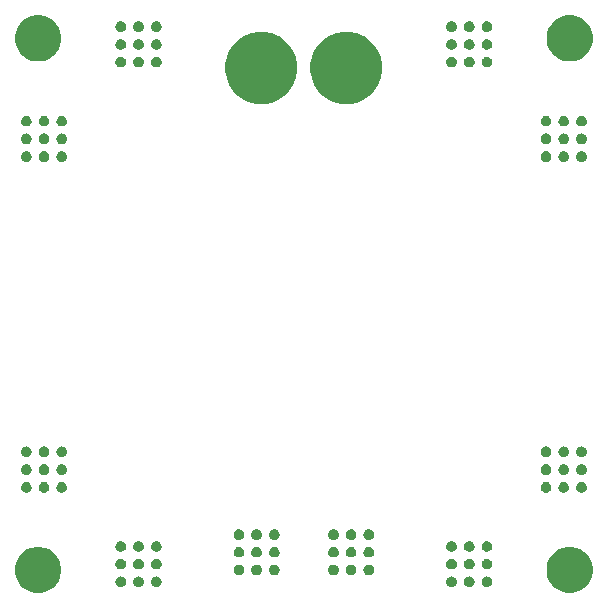
<source format=gbr>
G04 #@! TF.GenerationSoftware,KiCad,Pcbnew,(5.1.4-0-10_14)*
G04 #@! TF.CreationDate,2021-01-04T23:19:36-07:00*
G04 #@! TF.ProjectId,Power,506f7765-722e-46b6-9963-61645f706362,rev?*
G04 #@! TF.SameCoordinates,Original*
G04 #@! TF.FileFunction,Soldermask,Bot*
G04 #@! TF.FilePolarity,Negative*
%FSLAX46Y46*%
G04 Gerber Fmt 4.6, Leading zero omitted, Abs format (unit mm)*
G04 Created by KiCad (PCBNEW (5.1.4-0-10_14)) date 2021-01-04 23:19:36*
%MOMM*%
%LPD*%
G04 APERTURE LIST*
%ADD10C,0.100000*%
G04 APERTURE END LIST*
D10*
G36*
X198069085Y-95623975D02*
G01*
X198424143Y-95771045D01*
X198424145Y-95771046D01*
X198743690Y-95984559D01*
X199015441Y-96256310D01*
X199211010Y-96549000D01*
X199228955Y-96575857D01*
X199376025Y-96930915D01*
X199451000Y-97307842D01*
X199451000Y-97692158D01*
X199376025Y-98069085D01*
X199228955Y-98424143D01*
X199228954Y-98424145D01*
X199015441Y-98743690D01*
X198743690Y-99015441D01*
X198424145Y-99228954D01*
X198424144Y-99228955D01*
X198424143Y-99228955D01*
X198069085Y-99376025D01*
X197692158Y-99451000D01*
X197307842Y-99451000D01*
X196930915Y-99376025D01*
X196575857Y-99228955D01*
X196575856Y-99228955D01*
X196575855Y-99228954D01*
X196256310Y-99015441D01*
X195984559Y-98743690D01*
X195771046Y-98424145D01*
X195771045Y-98424143D01*
X195623975Y-98069085D01*
X195549000Y-97692158D01*
X195549000Y-97307842D01*
X195623975Y-96930915D01*
X195771045Y-96575857D01*
X195788990Y-96549000D01*
X195984559Y-96256310D01*
X196256310Y-95984559D01*
X196575855Y-95771046D01*
X196575857Y-95771045D01*
X196930915Y-95623975D01*
X197307842Y-95549000D01*
X197692158Y-95549000D01*
X198069085Y-95623975D01*
X198069085Y-95623975D01*
G37*
G36*
X153069085Y-95623975D02*
G01*
X153424143Y-95771045D01*
X153424145Y-95771046D01*
X153743690Y-95984559D01*
X154015441Y-96256310D01*
X154211010Y-96549000D01*
X154228955Y-96575857D01*
X154376025Y-96930915D01*
X154451000Y-97307842D01*
X154451000Y-97692158D01*
X154376025Y-98069085D01*
X154228955Y-98424143D01*
X154228954Y-98424145D01*
X154015441Y-98743690D01*
X153743690Y-99015441D01*
X153424145Y-99228954D01*
X153424144Y-99228955D01*
X153424143Y-99228955D01*
X153069085Y-99376025D01*
X152692158Y-99451000D01*
X152307842Y-99451000D01*
X151930915Y-99376025D01*
X151575857Y-99228955D01*
X151575856Y-99228955D01*
X151575855Y-99228954D01*
X151256310Y-99015441D01*
X150984559Y-98743690D01*
X150771046Y-98424145D01*
X150771045Y-98424143D01*
X150623975Y-98069085D01*
X150549000Y-97692158D01*
X150549000Y-97307842D01*
X150623975Y-96930915D01*
X150771045Y-96575857D01*
X150788990Y-96549000D01*
X150984559Y-96256310D01*
X151256310Y-95984559D01*
X151575855Y-95771046D01*
X151575857Y-95771045D01*
X151930915Y-95623975D01*
X152307842Y-95549000D01*
X152692158Y-95549000D01*
X153069085Y-95623975D01*
X153069085Y-95623975D01*
G37*
G36*
X190631552Y-98066331D02*
G01*
X190713627Y-98100328D01*
X190713629Y-98100329D01*
X190750813Y-98125175D01*
X190787495Y-98149685D01*
X190850315Y-98212505D01*
X190899672Y-98286373D01*
X190933669Y-98368448D01*
X190951000Y-98455579D01*
X190951000Y-98544421D01*
X190933669Y-98631552D01*
X190899672Y-98713627D01*
X190899671Y-98713629D01*
X190850314Y-98787496D01*
X190787496Y-98850314D01*
X190713629Y-98899671D01*
X190713628Y-98899672D01*
X190713627Y-98899672D01*
X190631552Y-98933669D01*
X190544421Y-98951000D01*
X190455579Y-98951000D01*
X190368448Y-98933669D01*
X190286373Y-98899672D01*
X190286372Y-98899672D01*
X190286371Y-98899671D01*
X190212504Y-98850314D01*
X190149686Y-98787496D01*
X190100329Y-98713629D01*
X190100328Y-98713627D01*
X190066331Y-98631552D01*
X190049000Y-98544421D01*
X190049000Y-98455579D01*
X190066331Y-98368448D01*
X190100328Y-98286373D01*
X190149685Y-98212505D01*
X190212505Y-98149685D01*
X190249187Y-98125175D01*
X190286371Y-98100329D01*
X190286373Y-98100328D01*
X190368448Y-98066331D01*
X190455579Y-98049000D01*
X190544421Y-98049000D01*
X190631552Y-98066331D01*
X190631552Y-98066331D01*
G37*
G36*
X189131552Y-98066331D02*
G01*
X189213627Y-98100328D01*
X189213629Y-98100329D01*
X189250813Y-98125175D01*
X189287495Y-98149685D01*
X189350315Y-98212505D01*
X189399672Y-98286373D01*
X189433669Y-98368448D01*
X189451000Y-98455579D01*
X189451000Y-98544421D01*
X189433669Y-98631552D01*
X189399672Y-98713627D01*
X189399671Y-98713629D01*
X189350314Y-98787496D01*
X189287496Y-98850314D01*
X189213629Y-98899671D01*
X189213628Y-98899672D01*
X189213627Y-98899672D01*
X189131552Y-98933669D01*
X189044421Y-98951000D01*
X188955579Y-98951000D01*
X188868448Y-98933669D01*
X188786373Y-98899672D01*
X188786372Y-98899672D01*
X188786371Y-98899671D01*
X188712504Y-98850314D01*
X188649686Y-98787496D01*
X188600329Y-98713629D01*
X188600328Y-98713627D01*
X188566331Y-98631552D01*
X188549000Y-98544421D01*
X188549000Y-98455579D01*
X188566331Y-98368448D01*
X188600328Y-98286373D01*
X188649685Y-98212505D01*
X188712505Y-98149685D01*
X188749187Y-98125175D01*
X188786371Y-98100329D01*
X188786373Y-98100328D01*
X188868448Y-98066331D01*
X188955579Y-98049000D01*
X189044421Y-98049000D01*
X189131552Y-98066331D01*
X189131552Y-98066331D01*
G37*
G36*
X187631552Y-98066331D02*
G01*
X187713627Y-98100328D01*
X187713629Y-98100329D01*
X187750813Y-98125175D01*
X187787495Y-98149685D01*
X187850315Y-98212505D01*
X187899672Y-98286373D01*
X187933669Y-98368448D01*
X187951000Y-98455579D01*
X187951000Y-98544421D01*
X187933669Y-98631552D01*
X187899672Y-98713627D01*
X187899671Y-98713629D01*
X187850314Y-98787496D01*
X187787496Y-98850314D01*
X187713629Y-98899671D01*
X187713628Y-98899672D01*
X187713627Y-98899672D01*
X187631552Y-98933669D01*
X187544421Y-98951000D01*
X187455579Y-98951000D01*
X187368448Y-98933669D01*
X187286373Y-98899672D01*
X187286372Y-98899672D01*
X187286371Y-98899671D01*
X187212504Y-98850314D01*
X187149686Y-98787496D01*
X187100329Y-98713629D01*
X187100328Y-98713627D01*
X187066331Y-98631552D01*
X187049000Y-98544421D01*
X187049000Y-98455579D01*
X187066331Y-98368448D01*
X187100328Y-98286373D01*
X187149685Y-98212505D01*
X187212505Y-98149685D01*
X187249187Y-98125175D01*
X187286371Y-98100329D01*
X187286373Y-98100328D01*
X187368448Y-98066331D01*
X187455579Y-98049000D01*
X187544421Y-98049000D01*
X187631552Y-98066331D01*
X187631552Y-98066331D01*
G37*
G36*
X162631552Y-98066331D02*
G01*
X162713627Y-98100328D01*
X162713629Y-98100329D01*
X162750813Y-98125175D01*
X162787495Y-98149685D01*
X162850315Y-98212505D01*
X162899672Y-98286373D01*
X162933669Y-98368448D01*
X162951000Y-98455579D01*
X162951000Y-98544421D01*
X162933669Y-98631552D01*
X162899672Y-98713627D01*
X162899671Y-98713629D01*
X162850314Y-98787496D01*
X162787496Y-98850314D01*
X162713629Y-98899671D01*
X162713628Y-98899672D01*
X162713627Y-98899672D01*
X162631552Y-98933669D01*
X162544421Y-98951000D01*
X162455579Y-98951000D01*
X162368448Y-98933669D01*
X162286373Y-98899672D01*
X162286372Y-98899672D01*
X162286371Y-98899671D01*
X162212504Y-98850314D01*
X162149686Y-98787496D01*
X162100329Y-98713629D01*
X162100328Y-98713627D01*
X162066331Y-98631552D01*
X162049000Y-98544421D01*
X162049000Y-98455579D01*
X162066331Y-98368448D01*
X162100328Y-98286373D01*
X162149685Y-98212505D01*
X162212505Y-98149685D01*
X162249187Y-98125175D01*
X162286371Y-98100329D01*
X162286373Y-98100328D01*
X162368448Y-98066331D01*
X162455579Y-98049000D01*
X162544421Y-98049000D01*
X162631552Y-98066331D01*
X162631552Y-98066331D01*
G37*
G36*
X161131552Y-98066331D02*
G01*
X161213627Y-98100328D01*
X161213629Y-98100329D01*
X161250813Y-98125175D01*
X161287495Y-98149685D01*
X161350315Y-98212505D01*
X161399672Y-98286373D01*
X161433669Y-98368448D01*
X161451000Y-98455579D01*
X161451000Y-98544421D01*
X161433669Y-98631552D01*
X161399672Y-98713627D01*
X161399671Y-98713629D01*
X161350314Y-98787496D01*
X161287496Y-98850314D01*
X161213629Y-98899671D01*
X161213628Y-98899672D01*
X161213627Y-98899672D01*
X161131552Y-98933669D01*
X161044421Y-98951000D01*
X160955579Y-98951000D01*
X160868448Y-98933669D01*
X160786373Y-98899672D01*
X160786372Y-98899672D01*
X160786371Y-98899671D01*
X160712504Y-98850314D01*
X160649686Y-98787496D01*
X160600329Y-98713629D01*
X160600328Y-98713627D01*
X160566331Y-98631552D01*
X160549000Y-98544421D01*
X160549000Y-98455579D01*
X160566331Y-98368448D01*
X160600328Y-98286373D01*
X160649685Y-98212505D01*
X160712505Y-98149685D01*
X160749187Y-98125175D01*
X160786371Y-98100329D01*
X160786373Y-98100328D01*
X160868448Y-98066331D01*
X160955579Y-98049000D01*
X161044421Y-98049000D01*
X161131552Y-98066331D01*
X161131552Y-98066331D01*
G37*
G36*
X159631552Y-98066331D02*
G01*
X159713627Y-98100328D01*
X159713629Y-98100329D01*
X159750813Y-98125175D01*
X159787495Y-98149685D01*
X159850315Y-98212505D01*
X159899672Y-98286373D01*
X159933669Y-98368448D01*
X159951000Y-98455579D01*
X159951000Y-98544421D01*
X159933669Y-98631552D01*
X159899672Y-98713627D01*
X159899671Y-98713629D01*
X159850314Y-98787496D01*
X159787496Y-98850314D01*
X159713629Y-98899671D01*
X159713628Y-98899672D01*
X159713627Y-98899672D01*
X159631552Y-98933669D01*
X159544421Y-98951000D01*
X159455579Y-98951000D01*
X159368448Y-98933669D01*
X159286373Y-98899672D01*
X159286372Y-98899672D01*
X159286371Y-98899671D01*
X159212504Y-98850314D01*
X159149686Y-98787496D01*
X159100329Y-98713629D01*
X159100328Y-98713627D01*
X159066331Y-98631552D01*
X159049000Y-98544421D01*
X159049000Y-98455579D01*
X159066331Y-98368448D01*
X159100328Y-98286373D01*
X159149685Y-98212505D01*
X159212505Y-98149685D01*
X159249187Y-98125175D01*
X159286371Y-98100329D01*
X159286373Y-98100328D01*
X159368448Y-98066331D01*
X159455579Y-98049000D01*
X159544421Y-98049000D01*
X159631552Y-98066331D01*
X159631552Y-98066331D01*
G37*
G36*
X169631552Y-97066331D02*
G01*
X169713627Y-97100328D01*
X169713629Y-97100329D01*
X169750813Y-97125175D01*
X169787495Y-97149685D01*
X169850315Y-97212505D01*
X169899672Y-97286373D01*
X169933669Y-97368448D01*
X169951000Y-97455579D01*
X169951000Y-97544421D01*
X169933669Y-97631552D01*
X169899672Y-97713627D01*
X169899671Y-97713629D01*
X169850314Y-97787496D01*
X169787496Y-97850314D01*
X169713629Y-97899671D01*
X169713628Y-97899672D01*
X169713627Y-97899672D01*
X169631552Y-97933669D01*
X169544421Y-97951000D01*
X169455579Y-97951000D01*
X169368448Y-97933669D01*
X169286373Y-97899672D01*
X169286372Y-97899672D01*
X169286371Y-97899671D01*
X169212504Y-97850314D01*
X169149686Y-97787496D01*
X169100329Y-97713629D01*
X169100328Y-97713627D01*
X169066331Y-97631552D01*
X169049000Y-97544421D01*
X169049000Y-97455579D01*
X169066331Y-97368448D01*
X169100328Y-97286373D01*
X169149685Y-97212505D01*
X169212505Y-97149685D01*
X169249187Y-97125175D01*
X169286371Y-97100329D01*
X169286373Y-97100328D01*
X169368448Y-97066331D01*
X169455579Y-97049000D01*
X169544421Y-97049000D01*
X169631552Y-97066331D01*
X169631552Y-97066331D01*
G37*
G36*
X171131552Y-97066331D02*
G01*
X171213627Y-97100328D01*
X171213629Y-97100329D01*
X171250813Y-97125175D01*
X171287495Y-97149685D01*
X171350315Y-97212505D01*
X171399672Y-97286373D01*
X171433669Y-97368448D01*
X171451000Y-97455579D01*
X171451000Y-97544421D01*
X171433669Y-97631552D01*
X171399672Y-97713627D01*
X171399671Y-97713629D01*
X171350314Y-97787496D01*
X171287496Y-97850314D01*
X171213629Y-97899671D01*
X171213628Y-97899672D01*
X171213627Y-97899672D01*
X171131552Y-97933669D01*
X171044421Y-97951000D01*
X170955579Y-97951000D01*
X170868448Y-97933669D01*
X170786373Y-97899672D01*
X170786372Y-97899672D01*
X170786371Y-97899671D01*
X170712504Y-97850314D01*
X170649686Y-97787496D01*
X170600329Y-97713629D01*
X170600328Y-97713627D01*
X170566331Y-97631552D01*
X170549000Y-97544421D01*
X170549000Y-97455579D01*
X170566331Y-97368448D01*
X170600328Y-97286373D01*
X170649685Y-97212505D01*
X170712505Y-97149685D01*
X170749187Y-97125175D01*
X170786371Y-97100329D01*
X170786373Y-97100328D01*
X170868448Y-97066331D01*
X170955579Y-97049000D01*
X171044421Y-97049000D01*
X171131552Y-97066331D01*
X171131552Y-97066331D01*
G37*
G36*
X172631552Y-97066331D02*
G01*
X172713627Y-97100328D01*
X172713629Y-97100329D01*
X172750813Y-97125175D01*
X172787495Y-97149685D01*
X172850315Y-97212505D01*
X172899672Y-97286373D01*
X172933669Y-97368448D01*
X172951000Y-97455579D01*
X172951000Y-97544421D01*
X172933669Y-97631552D01*
X172899672Y-97713627D01*
X172899671Y-97713629D01*
X172850314Y-97787496D01*
X172787496Y-97850314D01*
X172713629Y-97899671D01*
X172713628Y-97899672D01*
X172713627Y-97899672D01*
X172631552Y-97933669D01*
X172544421Y-97951000D01*
X172455579Y-97951000D01*
X172368448Y-97933669D01*
X172286373Y-97899672D01*
X172286372Y-97899672D01*
X172286371Y-97899671D01*
X172212504Y-97850314D01*
X172149686Y-97787496D01*
X172100329Y-97713629D01*
X172100328Y-97713627D01*
X172066331Y-97631552D01*
X172049000Y-97544421D01*
X172049000Y-97455579D01*
X172066331Y-97368448D01*
X172100328Y-97286373D01*
X172149685Y-97212505D01*
X172212505Y-97149685D01*
X172249187Y-97125175D01*
X172286371Y-97100329D01*
X172286373Y-97100328D01*
X172368448Y-97066331D01*
X172455579Y-97049000D01*
X172544421Y-97049000D01*
X172631552Y-97066331D01*
X172631552Y-97066331D01*
G37*
G36*
X177631552Y-97066331D02*
G01*
X177713627Y-97100328D01*
X177713629Y-97100329D01*
X177750813Y-97125175D01*
X177787495Y-97149685D01*
X177850315Y-97212505D01*
X177899672Y-97286373D01*
X177933669Y-97368448D01*
X177951000Y-97455579D01*
X177951000Y-97544421D01*
X177933669Y-97631552D01*
X177899672Y-97713627D01*
X177899671Y-97713629D01*
X177850314Y-97787496D01*
X177787496Y-97850314D01*
X177713629Y-97899671D01*
X177713628Y-97899672D01*
X177713627Y-97899672D01*
X177631552Y-97933669D01*
X177544421Y-97951000D01*
X177455579Y-97951000D01*
X177368448Y-97933669D01*
X177286373Y-97899672D01*
X177286372Y-97899672D01*
X177286371Y-97899671D01*
X177212504Y-97850314D01*
X177149686Y-97787496D01*
X177100329Y-97713629D01*
X177100328Y-97713627D01*
X177066331Y-97631552D01*
X177049000Y-97544421D01*
X177049000Y-97455579D01*
X177066331Y-97368448D01*
X177100328Y-97286373D01*
X177149685Y-97212505D01*
X177212505Y-97149685D01*
X177249187Y-97125175D01*
X177286371Y-97100329D01*
X177286373Y-97100328D01*
X177368448Y-97066331D01*
X177455579Y-97049000D01*
X177544421Y-97049000D01*
X177631552Y-97066331D01*
X177631552Y-97066331D01*
G37*
G36*
X179131552Y-97066331D02*
G01*
X179213627Y-97100328D01*
X179213629Y-97100329D01*
X179250813Y-97125175D01*
X179287495Y-97149685D01*
X179350315Y-97212505D01*
X179399672Y-97286373D01*
X179433669Y-97368448D01*
X179451000Y-97455579D01*
X179451000Y-97544421D01*
X179433669Y-97631552D01*
X179399672Y-97713627D01*
X179399671Y-97713629D01*
X179350314Y-97787496D01*
X179287496Y-97850314D01*
X179213629Y-97899671D01*
X179213628Y-97899672D01*
X179213627Y-97899672D01*
X179131552Y-97933669D01*
X179044421Y-97951000D01*
X178955579Y-97951000D01*
X178868448Y-97933669D01*
X178786373Y-97899672D01*
X178786372Y-97899672D01*
X178786371Y-97899671D01*
X178712504Y-97850314D01*
X178649686Y-97787496D01*
X178600329Y-97713629D01*
X178600328Y-97713627D01*
X178566331Y-97631552D01*
X178549000Y-97544421D01*
X178549000Y-97455579D01*
X178566331Y-97368448D01*
X178600328Y-97286373D01*
X178649685Y-97212505D01*
X178712505Y-97149685D01*
X178749187Y-97125175D01*
X178786371Y-97100329D01*
X178786373Y-97100328D01*
X178868448Y-97066331D01*
X178955579Y-97049000D01*
X179044421Y-97049000D01*
X179131552Y-97066331D01*
X179131552Y-97066331D01*
G37*
G36*
X180631552Y-97066331D02*
G01*
X180713627Y-97100328D01*
X180713629Y-97100329D01*
X180750813Y-97125175D01*
X180787495Y-97149685D01*
X180850315Y-97212505D01*
X180899672Y-97286373D01*
X180933669Y-97368448D01*
X180951000Y-97455579D01*
X180951000Y-97544421D01*
X180933669Y-97631552D01*
X180899672Y-97713627D01*
X180899671Y-97713629D01*
X180850314Y-97787496D01*
X180787496Y-97850314D01*
X180713629Y-97899671D01*
X180713628Y-97899672D01*
X180713627Y-97899672D01*
X180631552Y-97933669D01*
X180544421Y-97951000D01*
X180455579Y-97951000D01*
X180368448Y-97933669D01*
X180286373Y-97899672D01*
X180286372Y-97899672D01*
X180286371Y-97899671D01*
X180212504Y-97850314D01*
X180149686Y-97787496D01*
X180100329Y-97713629D01*
X180100328Y-97713627D01*
X180066331Y-97631552D01*
X180049000Y-97544421D01*
X180049000Y-97455579D01*
X180066331Y-97368448D01*
X180100328Y-97286373D01*
X180149685Y-97212505D01*
X180212505Y-97149685D01*
X180249187Y-97125175D01*
X180286371Y-97100329D01*
X180286373Y-97100328D01*
X180368448Y-97066331D01*
X180455579Y-97049000D01*
X180544421Y-97049000D01*
X180631552Y-97066331D01*
X180631552Y-97066331D01*
G37*
G36*
X162631552Y-96566331D02*
G01*
X162713627Y-96600328D01*
X162713629Y-96600329D01*
X162750813Y-96625175D01*
X162787495Y-96649685D01*
X162850315Y-96712505D01*
X162899672Y-96786373D01*
X162933669Y-96868448D01*
X162951000Y-96955579D01*
X162951000Y-97044421D01*
X162933669Y-97131552D01*
X162899672Y-97213627D01*
X162851065Y-97286373D01*
X162850314Y-97287496D01*
X162787496Y-97350314D01*
X162713629Y-97399671D01*
X162713628Y-97399672D01*
X162713627Y-97399672D01*
X162631552Y-97433669D01*
X162544421Y-97451000D01*
X162455579Y-97451000D01*
X162368448Y-97433669D01*
X162286373Y-97399672D01*
X162286372Y-97399672D01*
X162286371Y-97399671D01*
X162212504Y-97350314D01*
X162149686Y-97287496D01*
X162148936Y-97286373D01*
X162100328Y-97213627D01*
X162066331Y-97131552D01*
X162049000Y-97044421D01*
X162049000Y-96955579D01*
X162066331Y-96868448D01*
X162100328Y-96786373D01*
X162149685Y-96712505D01*
X162212505Y-96649685D01*
X162249187Y-96625175D01*
X162286371Y-96600329D01*
X162286373Y-96600328D01*
X162368448Y-96566331D01*
X162455579Y-96549000D01*
X162544421Y-96549000D01*
X162631552Y-96566331D01*
X162631552Y-96566331D01*
G37*
G36*
X161131552Y-96566331D02*
G01*
X161213627Y-96600328D01*
X161213629Y-96600329D01*
X161250813Y-96625175D01*
X161287495Y-96649685D01*
X161350315Y-96712505D01*
X161399672Y-96786373D01*
X161433669Y-96868448D01*
X161451000Y-96955579D01*
X161451000Y-97044421D01*
X161433669Y-97131552D01*
X161399672Y-97213627D01*
X161351065Y-97286373D01*
X161350314Y-97287496D01*
X161287496Y-97350314D01*
X161213629Y-97399671D01*
X161213628Y-97399672D01*
X161213627Y-97399672D01*
X161131552Y-97433669D01*
X161044421Y-97451000D01*
X160955579Y-97451000D01*
X160868448Y-97433669D01*
X160786373Y-97399672D01*
X160786372Y-97399672D01*
X160786371Y-97399671D01*
X160712504Y-97350314D01*
X160649686Y-97287496D01*
X160648936Y-97286373D01*
X160600328Y-97213627D01*
X160566331Y-97131552D01*
X160549000Y-97044421D01*
X160549000Y-96955579D01*
X160566331Y-96868448D01*
X160600328Y-96786373D01*
X160649685Y-96712505D01*
X160712505Y-96649685D01*
X160749187Y-96625175D01*
X160786371Y-96600329D01*
X160786373Y-96600328D01*
X160868448Y-96566331D01*
X160955579Y-96549000D01*
X161044421Y-96549000D01*
X161131552Y-96566331D01*
X161131552Y-96566331D01*
G37*
G36*
X159631552Y-96566331D02*
G01*
X159713627Y-96600328D01*
X159713629Y-96600329D01*
X159750813Y-96625175D01*
X159787495Y-96649685D01*
X159850315Y-96712505D01*
X159899672Y-96786373D01*
X159933669Y-96868448D01*
X159951000Y-96955579D01*
X159951000Y-97044421D01*
X159933669Y-97131552D01*
X159899672Y-97213627D01*
X159851065Y-97286373D01*
X159850314Y-97287496D01*
X159787496Y-97350314D01*
X159713629Y-97399671D01*
X159713628Y-97399672D01*
X159713627Y-97399672D01*
X159631552Y-97433669D01*
X159544421Y-97451000D01*
X159455579Y-97451000D01*
X159368448Y-97433669D01*
X159286373Y-97399672D01*
X159286372Y-97399672D01*
X159286371Y-97399671D01*
X159212504Y-97350314D01*
X159149686Y-97287496D01*
X159148936Y-97286373D01*
X159100328Y-97213627D01*
X159066331Y-97131552D01*
X159049000Y-97044421D01*
X159049000Y-96955579D01*
X159066331Y-96868448D01*
X159100328Y-96786373D01*
X159149685Y-96712505D01*
X159212505Y-96649685D01*
X159249187Y-96625175D01*
X159286371Y-96600329D01*
X159286373Y-96600328D01*
X159368448Y-96566331D01*
X159455579Y-96549000D01*
X159544421Y-96549000D01*
X159631552Y-96566331D01*
X159631552Y-96566331D01*
G37*
G36*
X187631552Y-96566331D02*
G01*
X187713627Y-96600328D01*
X187713629Y-96600329D01*
X187750813Y-96625175D01*
X187787495Y-96649685D01*
X187850315Y-96712505D01*
X187899672Y-96786373D01*
X187933669Y-96868448D01*
X187951000Y-96955579D01*
X187951000Y-97044421D01*
X187933669Y-97131552D01*
X187899672Y-97213627D01*
X187851065Y-97286373D01*
X187850314Y-97287496D01*
X187787496Y-97350314D01*
X187713629Y-97399671D01*
X187713628Y-97399672D01*
X187713627Y-97399672D01*
X187631552Y-97433669D01*
X187544421Y-97451000D01*
X187455579Y-97451000D01*
X187368448Y-97433669D01*
X187286373Y-97399672D01*
X187286372Y-97399672D01*
X187286371Y-97399671D01*
X187212504Y-97350314D01*
X187149686Y-97287496D01*
X187148936Y-97286373D01*
X187100328Y-97213627D01*
X187066331Y-97131552D01*
X187049000Y-97044421D01*
X187049000Y-96955579D01*
X187066331Y-96868448D01*
X187100328Y-96786373D01*
X187149685Y-96712505D01*
X187212505Y-96649685D01*
X187249187Y-96625175D01*
X187286371Y-96600329D01*
X187286373Y-96600328D01*
X187368448Y-96566331D01*
X187455579Y-96549000D01*
X187544421Y-96549000D01*
X187631552Y-96566331D01*
X187631552Y-96566331D01*
G37*
G36*
X189131552Y-96566331D02*
G01*
X189213627Y-96600328D01*
X189213629Y-96600329D01*
X189250813Y-96625175D01*
X189287495Y-96649685D01*
X189350315Y-96712505D01*
X189399672Y-96786373D01*
X189433669Y-96868448D01*
X189451000Y-96955579D01*
X189451000Y-97044421D01*
X189433669Y-97131552D01*
X189399672Y-97213627D01*
X189351065Y-97286373D01*
X189350314Y-97287496D01*
X189287496Y-97350314D01*
X189213629Y-97399671D01*
X189213628Y-97399672D01*
X189213627Y-97399672D01*
X189131552Y-97433669D01*
X189044421Y-97451000D01*
X188955579Y-97451000D01*
X188868448Y-97433669D01*
X188786373Y-97399672D01*
X188786372Y-97399672D01*
X188786371Y-97399671D01*
X188712504Y-97350314D01*
X188649686Y-97287496D01*
X188648936Y-97286373D01*
X188600328Y-97213627D01*
X188566331Y-97131552D01*
X188549000Y-97044421D01*
X188549000Y-96955579D01*
X188566331Y-96868448D01*
X188600328Y-96786373D01*
X188649685Y-96712505D01*
X188712505Y-96649685D01*
X188749187Y-96625175D01*
X188786371Y-96600329D01*
X188786373Y-96600328D01*
X188868448Y-96566331D01*
X188955579Y-96549000D01*
X189044421Y-96549000D01*
X189131552Y-96566331D01*
X189131552Y-96566331D01*
G37*
G36*
X190631552Y-96566331D02*
G01*
X190713627Y-96600328D01*
X190713629Y-96600329D01*
X190750813Y-96625175D01*
X190787495Y-96649685D01*
X190850315Y-96712505D01*
X190899672Y-96786373D01*
X190933669Y-96868448D01*
X190951000Y-96955579D01*
X190951000Y-97044421D01*
X190933669Y-97131552D01*
X190899672Y-97213627D01*
X190851065Y-97286373D01*
X190850314Y-97287496D01*
X190787496Y-97350314D01*
X190713629Y-97399671D01*
X190713628Y-97399672D01*
X190713627Y-97399672D01*
X190631552Y-97433669D01*
X190544421Y-97451000D01*
X190455579Y-97451000D01*
X190368448Y-97433669D01*
X190286373Y-97399672D01*
X190286372Y-97399672D01*
X190286371Y-97399671D01*
X190212504Y-97350314D01*
X190149686Y-97287496D01*
X190148936Y-97286373D01*
X190100328Y-97213627D01*
X190066331Y-97131552D01*
X190049000Y-97044421D01*
X190049000Y-96955579D01*
X190066331Y-96868448D01*
X190100328Y-96786373D01*
X190149685Y-96712505D01*
X190212505Y-96649685D01*
X190249187Y-96625175D01*
X190286371Y-96600329D01*
X190286373Y-96600328D01*
X190368448Y-96566331D01*
X190455579Y-96549000D01*
X190544421Y-96549000D01*
X190631552Y-96566331D01*
X190631552Y-96566331D01*
G37*
G36*
X177631552Y-95566331D02*
G01*
X177713627Y-95600328D01*
X177713629Y-95600329D01*
X177749017Y-95623975D01*
X177787495Y-95649685D01*
X177850315Y-95712505D01*
X177899672Y-95786373D01*
X177933669Y-95868448D01*
X177951000Y-95955579D01*
X177951000Y-96044421D01*
X177933669Y-96131552D01*
X177899672Y-96213627D01*
X177899671Y-96213629D01*
X177850314Y-96287496D01*
X177787496Y-96350314D01*
X177713629Y-96399671D01*
X177713628Y-96399672D01*
X177713627Y-96399672D01*
X177631552Y-96433669D01*
X177544421Y-96451000D01*
X177455579Y-96451000D01*
X177368448Y-96433669D01*
X177286373Y-96399672D01*
X177286372Y-96399672D01*
X177286371Y-96399671D01*
X177212504Y-96350314D01*
X177149686Y-96287496D01*
X177100329Y-96213629D01*
X177100328Y-96213627D01*
X177066331Y-96131552D01*
X177049000Y-96044421D01*
X177049000Y-95955579D01*
X177066331Y-95868448D01*
X177100328Y-95786373D01*
X177149685Y-95712505D01*
X177212505Y-95649685D01*
X177250983Y-95623975D01*
X177286371Y-95600329D01*
X177286373Y-95600328D01*
X177368448Y-95566331D01*
X177455579Y-95549000D01*
X177544421Y-95549000D01*
X177631552Y-95566331D01*
X177631552Y-95566331D01*
G37*
G36*
X179131552Y-95566331D02*
G01*
X179213627Y-95600328D01*
X179213629Y-95600329D01*
X179249017Y-95623975D01*
X179287495Y-95649685D01*
X179350315Y-95712505D01*
X179399672Y-95786373D01*
X179433669Y-95868448D01*
X179451000Y-95955579D01*
X179451000Y-96044421D01*
X179433669Y-96131552D01*
X179399672Y-96213627D01*
X179399671Y-96213629D01*
X179350314Y-96287496D01*
X179287496Y-96350314D01*
X179213629Y-96399671D01*
X179213628Y-96399672D01*
X179213627Y-96399672D01*
X179131552Y-96433669D01*
X179044421Y-96451000D01*
X178955579Y-96451000D01*
X178868448Y-96433669D01*
X178786373Y-96399672D01*
X178786372Y-96399672D01*
X178786371Y-96399671D01*
X178712504Y-96350314D01*
X178649686Y-96287496D01*
X178600329Y-96213629D01*
X178600328Y-96213627D01*
X178566331Y-96131552D01*
X178549000Y-96044421D01*
X178549000Y-95955579D01*
X178566331Y-95868448D01*
X178600328Y-95786373D01*
X178649685Y-95712505D01*
X178712505Y-95649685D01*
X178750983Y-95623975D01*
X178786371Y-95600329D01*
X178786373Y-95600328D01*
X178868448Y-95566331D01*
X178955579Y-95549000D01*
X179044421Y-95549000D01*
X179131552Y-95566331D01*
X179131552Y-95566331D01*
G37*
G36*
X180631552Y-95566331D02*
G01*
X180713627Y-95600328D01*
X180713629Y-95600329D01*
X180749017Y-95623975D01*
X180787495Y-95649685D01*
X180850315Y-95712505D01*
X180899672Y-95786373D01*
X180933669Y-95868448D01*
X180951000Y-95955579D01*
X180951000Y-96044421D01*
X180933669Y-96131552D01*
X180899672Y-96213627D01*
X180899671Y-96213629D01*
X180850314Y-96287496D01*
X180787496Y-96350314D01*
X180713629Y-96399671D01*
X180713628Y-96399672D01*
X180713627Y-96399672D01*
X180631552Y-96433669D01*
X180544421Y-96451000D01*
X180455579Y-96451000D01*
X180368448Y-96433669D01*
X180286373Y-96399672D01*
X180286372Y-96399672D01*
X180286371Y-96399671D01*
X180212504Y-96350314D01*
X180149686Y-96287496D01*
X180100329Y-96213629D01*
X180100328Y-96213627D01*
X180066331Y-96131552D01*
X180049000Y-96044421D01*
X180049000Y-95955579D01*
X180066331Y-95868448D01*
X180100328Y-95786373D01*
X180149685Y-95712505D01*
X180212505Y-95649685D01*
X180250983Y-95623975D01*
X180286371Y-95600329D01*
X180286373Y-95600328D01*
X180368448Y-95566331D01*
X180455579Y-95549000D01*
X180544421Y-95549000D01*
X180631552Y-95566331D01*
X180631552Y-95566331D01*
G37*
G36*
X169631552Y-95566331D02*
G01*
X169713627Y-95600328D01*
X169713629Y-95600329D01*
X169749017Y-95623975D01*
X169787495Y-95649685D01*
X169850315Y-95712505D01*
X169899672Y-95786373D01*
X169933669Y-95868448D01*
X169951000Y-95955579D01*
X169951000Y-96044421D01*
X169933669Y-96131552D01*
X169899672Y-96213627D01*
X169899671Y-96213629D01*
X169850314Y-96287496D01*
X169787496Y-96350314D01*
X169713629Y-96399671D01*
X169713628Y-96399672D01*
X169713627Y-96399672D01*
X169631552Y-96433669D01*
X169544421Y-96451000D01*
X169455579Y-96451000D01*
X169368448Y-96433669D01*
X169286373Y-96399672D01*
X169286372Y-96399672D01*
X169286371Y-96399671D01*
X169212504Y-96350314D01*
X169149686Y-96287496D01*
X169100329Y-96213629D01*
X169100328Y-96213627D01*
X169066331Y-96131552D01*
X169049000Y-96044421D01*
X169049000Y-95955579D01*
X169066331Y-95868448D01*
X169100328Y-95786373D01*
X169149685Y-95712505D01*
X169212505Y-95649685D01*
X169250983Y-95623975D01*
X169286371Y-95600329D01*
X169286373Y-95600328D01*
X169368448Y-95566331D01*
X169455579Y-95549000D01*
X169544421Y-95549000D01*
X169631552Y-95566331D01*
X169631552Y-95566331D01*
G37*
G36*
X171131552Y-95566331D02*
G01*
X171213627Y-95600328D01*
X171213629Y-95600329D01*
X171249017Y-95623975D01*
X171287495Y-95649685D01*
X171350315Y-95712505D01*
X171399672Y-95786373D01*
X171433669Y-95868448D01*
X171451000Y-95955579D01*
X171451000Y-96044421D01*
X171433669Y-96131552D01*
X171399672Y-96213627D01*
X171399671Y-96213629D01*
X171350314Y-96287496D01*
X171287496Y-96350314D01*
X171213629Y-96399671D01*
X171213628Y-96399672D01*
X171213627Y-96399672D01*
X171131552Y-96433669D01*
X171044421Y-96451000D01*
X170955579Y-96451000D01*
X170868448Y-96433669D01*
X170786373Y-96399672D01*
X170786372Y-96399672D01*
X170786371Y-96399671D01*
X170712504Y-96350314D01*
X170649686Y-96287496D01*
X170600329Y-96213629D01*
X170600328Y-96213627D01*
X170566331Y-96131552D01*
X170549000Y-96044421D01*
X170549000Y-95955579D01*
X170566331Y-95868448D01*
X170600328Y-95786373D01*
X170649685Y-95712505D01*
X170712505Y-95649685D01*
X170750983Y-95623975D01*
X170786371Y-95600329D01*
X170786373Y-95600328D01*
X170868448Y-95566331D01*
X170955579Y-95549000D01*
X171044421Y-95549000D01*
X171131552Y-95566331D01*
X171131552Y-95566331D01*
G37*
G36*
X172631552Y-95566331D02*
G01*
X172713627Y-95600328D01*
X172713629Y-95600329D01*
X172749017Y-95623975D01*
X172787495Y-95649685D01*
X172850315Y-95712505D01*
X172899672Y-95786373D01*
X172933669Y-95868448D01*
X172951000Y-95955579D01*
X172951000Y-96044421D01*
X172933669Y-96131552D01*
X172899672Y-96213627D01*
X172899671Y-96213629D01*
X172850314Y-96287496D01*
X172787496Y-96350314D01*
X172713629Y-96399671D01*
X172713628Y-96399672D01*
X172713627Y-96399672D01*
X172631552Y-96433669D01*
X172544421Y-96451000D01*
X172455579Y-96451000D01*
X172368448Y-96433669D01*
X172286373Y-96399672D01*
X172286372Y-96399672D01*
X172286371Y-96399671D01*
X172212504Y-96350314D01*
X172149686Y-96287496D01*
X172100329Y-96213629D01*
X172100328Y-96213627D01*
X172066331Y-96131552D01*
X172049000Y-96044421D01*
X172049000Y-95955579D01*
X172066331Y-95868448D01*
X172100328Y-95786373D01*
X172149685Y-95712505D01*
X172212505Y-95649685D01*
X172250983Y-95623975D01*
X172286371Y-95600329D01*
X172286373Y-95600328D01*
X172368448Y-95566331D01*
X172455579Y-95549000D01*
X172544421Y-95549000D01*
X172631552Y-95566331D01*
X172631552Y-95566331D01*
G37*
G36*
X189131552Y-95066331D02*
G01*
X189213627Y-95100328D01*
X189213629Y-95100329D01*
X189250813Y-95125175D01*
X189287495Y-95149685D01*
X189350315Y-95212505D01*
X189399672Y-95286373D01*
X189433669Y-95368448D01*
X189451000Y-95455579D01*
X189451000Y-95544421D01*
X189433669Y-95631552D01*
X189399672Y-95713627D01*
X189351065Y-95786373D01*
X189350314Y-95787496D01*
X189287496Y-95850314D01*
X189213629Y-95899671D01*
X189213628Y-95899672D01*
X189213627Y-95899672D01*
X189131552Y-95933669D01*
X189044421Y-95951000D01*
X188955579Y-95951000D01*
X188868448Y-95933669D01*
X188786373Y-95899672D01*
X188786372Y-95899672D01*
X188786371Y-95899671D01*
X188712504Y-95850314D01*
X188649686Y-95787496D01*
X188648936Y-95786373D01*
X188600328Y-95713627D01*
X188566331Y-95631552D01*
X188549000Y-95544421D01*
X188549000Y-95455579D01*
X188566331Y-95368448D01*
X188600328Y-95286373D01*
X188649685Y-95212505D01*
X188712505Y-95149685D01*
X188749187Y-95125175D01*
X188786371Y-95100329D01*
X188786373Y-95100328D01*
X188868448Y-95066331D01*
X188955579Y-95049000D01*
X189044421Y-95049000D01*
X189131552Y-95066331D01*
X189131552Y-95066331D01*
G37*
G36*
X187631552Y-95066331D02*
G01*
X187713627Y-95100328D01*
X187713629Y-95100329D01*
X187750813Y-95125175D01*
X187787495Y-95149685D01*
X187850315Y-95212505D01*
X187899672Y-95286373D01*
X187933669Y-95368448D01*
X187951000Y-95455579D01*
X187951000Y-95544421D01*
X187933669Y-95631552D01*
X187899672Y-95713627D01*
X187851065Y-95786373D01*
X187850314Y-95787496D01*
X187787496Y-95850314D01*
X187713629Y-95899671D01*
X187713628Y-95899672D01*
X187713627Y-95899672D01*
X187631552Y-95933669D01*
X187544421Y-95951000D01*
X187455579Y-95951000D01*
X187368448Y-95933669D01*
X187286373Y-95899672D01*
X187286372Y-95899672D01*
X187286371Y-95899671D01*
X187212504Y-95850314D01*
X187149686Y-95787496D01*
X187148936Y-95786373D01*
X187100328Y-95713627D01*
X187066331Y-95631552D01*
X187049000Y-95544421D01*
X187049000Y-95455579D01*
X187066331Y-95368448D01*
X187100328Y-95286373D01*
X187149685Y-95212505D01*
X187212505Y-95149685D01*
X187249187Y-95125175D01*
X187286371Y-95100329D01*
X187286373Y-95100328D01*
X187368448Y-95066331D01*
X187455579Y-95049000D01*
X187544421Y-95049000D01*
X187631552Y-95066331D01*
X187631552Y-95066331D01*
G37*
G36*
X159631552Y-95066331D02*
G01*
X159713627Y-95100328D01*
X159713629Y-95100329D01*
X159750813Y-95125175D01*
X159787495Y-95149685D01*
X159850315Y-95212505D01*
X159899672Y-95286373D01*
X159933669Y-95368448D01*
X159951000Y-95455579D01*
X159951000Y-95544421D01*
X159933669Y-95631552D01*
X159899672Y-95713627D01*
X159851065Y-95786373D01*
X159850314Y-95787496D01*
X159787496Y-95850314D01*
X159713629Y-95899671D01*
X159713628Y-95899672D01*
X159713627Y-95899672D01*
X159631552Y-95933669D01*
X159544421Y-95951000D01*
X159455579Y-95951000D01*
X159368448Y-95933669D01*
X159286373Y-95899672D01*
X159286372Y-95899672D01*
X159286371Y-95899671D01*
X159212504Y-95850314D01*
X159149686Y-95787496D01*
X159148936Y-95786373D01*
X159100328Y-95713627D01*
X159066331Y-95631552D01*
X159049000Y-95544421D01*
X159049000Y-95455579D01*
X159066331Y-95368448D01*
X159100328Y-95286373D01*
X159149685Y-95212505D01*
X159212505Y-95149685D01*
X159249187Y-95125175D01*
X159286371Y-95100329D01*
X159286373Y-95100328D01*
X159368448Y-95066331D01*
X159455579Y-95049000D01*
X159544421Y-95049000D01*
X159631552Y-95066331D01*
X159631552Y-95066331D01*
G37*
G36*
X161131552Y-95066331D02*
G01*
X161213627Y-95100328D01*
X161213629Y-95100329D01*
X161250813Y-95125175D01*
X161287495Y-95149685D01*
X161350315Y-95212505D01*
X161399672Y-95286373D01*
X161433669Y-95368448D01*
X161451000Y-95455579D01*
X161451000Y-95544421D01*
X161433669Y-95631552D01*
X161399672Y-95713627D01*
X161351065Y-95786373D01*
X161350314Y-95787496D01*
X161287496Y-95850314D01*
X161213629Y-95899671D01*
X161213628Y-95899672D01*
X161213627Y-95899672D01*
X161131552Y-95933669D01*
X161044421Y-95951000D01*
X160955579Y-95951000D01*
X160868448Y-95933669D01*
X160786373Y-95899672D01*
X160786372Y-95899672D01*
X160786371Y-95899671D01*
X160712504Y-95850314D01*
X160649686Y-95787496D01*
X160648936Y-95786373D01*
X160600328Y-95713627D01*
X160566331Y-95631552D01*
X160549000Y-95544421D01*
X160549000Y-95455579D01*
X160566331Y-95368448D01*
X160600328Y-95286373D01*
X160649685Y-95212505D01*
X160712505Y-95149685D01*
X160749187Y-95125175D01*
X160786371Y-95100329D01*
X160786373Y-95100328D01*
X160868448Y-95066331D01*
X160955579Y-95049000D01*
X161044421Y-95049000D01*
X161131552Y-95066331D01*
X161131552Y-95066331D01*
G37*
G36*
X162631552Y-95066331D02*
G01*
X162713627Y-95100328D01*
X162713629Y-95100329D01*
X162750813Y-95125175D01*
X162787495Y-95149685D01*
X162850315Y-95212505D01*
X162899672Y-95286373D01*
X162933669Y-95368448D01*
X162951000Y-95455579D01*
X162951000Y-95544421D01*
X162933669Y-95631552D01*
X162899672Y-95713627D01*
X162851065Y-95786373D01*
X162850314Y-95787496D01*
X162787496Y-95850314D01*
X162713629Y-95899671D01*
X162713628Y-95899672D01*
X162713627Y-95899672D01*
X162631552Y-95933669D01*
X162544421Y-95951000D01*
X162455579Y-95951000D01*
X162368448Y-95933669D01*
X162286373Y-95899672D01*
X162286372Y-95899672D01*
X162286371Y-95899671D01*
X162212504Y-95850314D01*
X162149686Y-95787496D01*
X162148936Y-95786373D01*
X162100328Y-95713627D01*
X162066331Y-95631552D01*
X162049000Y-95544421D01*
X162049000Y-95455579D01*
X162066331Y-95368448D01*
X162100328Y-95286373D01*
X162149685Y-95212505D01*
X162212505Y-95149685D01*
X162249187Y-95125175D01*
X162286371Y-95100329D01*
X162286373Y-95100328D01*
X162368448Y-95066331D01*
X162455579Y-95049000D01*
X162544421Y-95049000D01*
X162631552Y-95066331D01*
X162631552Y-95066331D01*
G37*
G36*
X190631552Y-95066331D02*
G01*
X190713627Y-95100328D01*
X190713629Y-95100329D01*
X190750813Y-95125175D01*
X190787495Y-95149685D01*
X190850315Y-95212505D01*
X190899672Y-95286373D01*
X190933669Y-95368448D01*
X190951000Y-95455579D01*
X190951000Y-95544421D01*
X190933669Y-95631552D01*
X190899672Y-95713627D01*
X190851065Y-95786373D01*
X190850314Y-95787496D01*
X190787496Y-95850314D01*
X190713629Y-95899671D01*
X190713628Y-95899672D01*
X190713627Y-95899672D01*
X190631552Y-95933669D01*
X190544421Y-95951000D01*
X190455579Y-95951000D01*
X190368448Y-95933669D01*
X190286373Y-95899672D01*
X190286372Y-95899672D01*
X190286371Y-95899671D01*
X190212504Y-95850314D01*
X190149686Y-95787496D01*
X190148936Y-95786373D01*
X190100328Y-95713627D01*
X190066331Y-95631552D01*
X190049000Y-95544421D01*
X190049000Y-95455579D01*
X190066331Y-95368448D01*
X190100328Y-95286373D01*
X190149685Y-95212505D01*
X190212505Y-95149685D01*
X190249187Y-95125175D01*
X190286371Y-95100329D01*
X190286373Y-95100328D01*
X190368448Y-95066331D01*
X190455579Y-95049000D01*
X190544421Y-95049000D01*
X190631552Y-95066331D01*
X190631552Y-95066331D01*
G37*
G36*
X177631552Y-94066331D02*
G01*
X177713627Y-94100328D01*
X177713629Y-94100329D01*
X177750813Y-94125175D01*
X177787495Y-94149685D01*
X177850315Y-94212505D01*
X177899672Y-94286373D01*
X177933669Y-94368448D01*
X177951000Y-94455579D01*
X177951000Y-94544421D01*
X177933669Y-94631552D01*
X177899672Y-94713627D01*
X177899671Y-94713629D01*
X177850314Y-94787496D01*
X177787496Y-94850314D01*
X177713629Y-94899671D01*
X177713628Y-94899672D01*
X177713627Y-94899672D01*
X177631552Y-94933669D01*
X177544421Y-94951000D01*
X177455579Y-94951000D01*
X177368448Y-94933669D01*
X177286373Y-94899672D01*
X177286372Y-94899672D01*
X177286371Y-94899671D01*
X177212504Y-94850314D01*
X177149686Y-94787496D01*
X177100329Y-94713629D01*
X177100328Y-94713627D01*
X177066331Y-94631552D01*
X177049000Y-94544421D01*
X177049000Y-94455579D01*
X177066331Y-94368448D01*
X177100328Y-94286373D01*
X177149685Y-94212505D01*
X177212505Y-94149685D01*
X177249187Y-94125175D01*
X177286371Y-94100329D01*
X177286373Y-94100328D01*
X177368448Y-94066331D01*
X177455579Y-94049000D01*
X177544421Y-94049000D01*
X177631552Y-94066331D01*
X177631552Y-94066331D01*
G37*
G36*
X180631552Y-94066331D02*
G01*
X180713627Y-94100328D01*
X180713629Y-94100329D01*
X180750813Y-94125175D01*
X180787495Y-94149685D01*
X180850315Y-94212505D01*
X180899672Y-94286373D01*
X180933669Y-94368448D01*
X180951000Y-94455579D01*
X180951000Y-94544421D01*
X180933669Y-94631552D01*
X180899672Y-94713627D01*
X180899671Y-94713629D01*
X180850314Y-94787496D01*
X180787496Y-94850314D01*
X180713629Y-94899671D01*
X180713628Y-94899672D01*
X180713627Y-94899672D01*
X180631552Y-94933669D01*
X180544421Y-94951000D01*
X180455579Y-94951000D01*
X180368448Y-94933669D01*
X180286373Y-94899672D01*
X180286372Y-94899672D01*
X180286371Y-94899671D01*
X180212504Y-94850314D01*
X180149686Y-94787496D01*
X180100329Y-94713629D01*
X180100328Y-94713627D01*
X180066331Y-94631552D01*
X180049000Y-94544421D01*
X180049000Y-94455579D01*
X180066331Y-94368448D01*
X180100328Y-94286373D01*
X180149685Y-94212505D01*
X180212505Y-94149685D01*
X180249187Y-94125175D01*
X180286371Y-94100329D01*
X180286373Y-94100328D01*
X180368448Y-94066331D01*
X180455579Y-94049000D01*
X180544421Y-94049000D01*
X180631552Y-94066331D01*
X180631552Y-94066331D01*
G37*
G36*
X179131552Y-94066331D02*
G01*
X179213627Y-94100328D01*
X179213629Y-94100329D01*
X179250813Y-94125175D01*
X179287495Y-94149685D01*
X179350315Y-94212505D01*
X179399672Y-94286373D01*
X179433669Y-94368448D01*
X179451000Y-94455579D01*
X179451000Y-94544421D01*
X179433669Y-94631552D01*
X179399672Y-94713627D01*
X179399671Y-94713629D01*
X179350314Y-94787496D01*
X179287496Y-94850314D01*
X179213629Y-94899671D01*
X179213628Y-94899672D01*
X179213627Y-94899672D01*
X179131552Y-94933669D01*
X179044421Y-94951000D01*
X178955579Y-94951000D01*
X178868448Y-94933669D01*
X178786373Y-94899672D01*
X178786372Y-94899672D01*
X178786371Y-94899671D01*
X178712504Y-94850314D01*
X178649686Y-94787496D01*
X178600329Y-94713629D01*
X178600328Y-94713627D01*
X178566331Y-94631552D01*
X178549000Y-94544421D01*
X178549000Y-94455579D01*
X178566331Y-94368448D01*
X178600328Y-94286373D01*
X178649685Y-94212505D01*
X178712505Y-94149685D01*
X178749187Y-94125175D01*
X178786371Y-94100329D01*
X178786373Y-94100328D01*
X178868448Y-94066331D01*
X178955579Y-94049000D01*
X179044421Y-94049000D01*
X179131552Y-94066331D01*
X179131552Y-94066331D01*
G37*
G36*
X169631552Y-94066331D02*
G01*
X169713627Y-94100328D01*
X169713629Y-94100329D01*
X169750813Y-94125175D01*
X169787495Y-94149685D01*
X169850315Y-94212505D01*
X169899672Y-94286373D01*
X169933669Y-94368448D01*
X169951000Y-94455579D01*
X169951000Y-94544421D01*
X169933669Y-94631552D01*
X169899672Y-94713627D01*
X169899671Y-94713629D01*
X169850314Y-94787496D01*
X169787496Y-94850314D01*
X169713629Y-94899671D01*
X169713628Y-94899672D01*
X169713627Y-94899672D01*
X169631552Y-94933669D01*
X169544421Y-94951000D01*
X169455579Y-94951000D01*
X169368448Y-94933669D01*
X169286373Y-94899672D01*
X169286372Y-94899672D01*
X169286371Y-94899671D01*
X169212504Y-94850314D01*
X169149686Y-94787496D01*
X169100329Y-94713629D01*
X169100328Y-94713627D01*
X169066331Y-94631552D01*
X169049000Y-94544421D01*
X169049000Y-94455579D01*
X169066331Y-94368448D01*
X169100328Y-94286373D01*
X169149685Y-94212505D01*
X169212505Y-94149685D01*
X169249187Y-94125175D01*
X169286371Y-94100329D01*
X169286373Y-94100328D01*
X169368448Y-94066331D01*
X169455579Y-94049000D01*
X169544421Y-94049000D01*
X169631552Y-94066331D01*
X169631552Y-94066331D01*
G37*
G36*
X171131552Y-94066331D02*
G01*
X171213627Y-94100328D01*
X171213629Y-94100329D01*
X171250813Y-94125175D01*
X171287495Y-94149685D01*
X171350315Y-94212505D01*
X171399672Y-94286373D01*
X171433669Y-94368448D01*
X171451000Y-94455579D01*
X171451000Y-94544421D01*
X171433669Y-94631552D01*
X171399672Y-94713627D01*
X171399671Y-94713629D01*
X171350314Y-94787496D01*
X171287496Y-94850314D01*
X171213629Y-94899671D01*
X171213628Y-94899672D01*
X171213627Y-94899672D01*
X171131552Y-94933669D01*
X171044421Y-94951000D01*
X170955579Y-94951000D01*
X170868448Y-94933669D01*
X170786373Y-94899672D01*
X170786372Y-94899672D01*
X170786371Y-94899671D01*
X170712504Y-94850314D01*
X170649686Y-94787496D01*
X170600329Y-94713629D01*
X170600328Y-94713627D01*
X170566331Y-94631552D01*
X170549000Y-94544421D01*
X170549000Y-94455579D01*
X170566331Y-94368448D01*
X170600328Y-94286373D01*
X170649685Y-94212505D01*
X170712505Y-94149685D01*
X170749187Y-94125175D01*
X170786371Y-94100329D01*
X170786373Y-94100328D01*
X170868448Y-94066331D01*
X170955579Y-94049000D01*
X171044421Y-94049000D01*
X171131552Y-94066331D01*
X171131552Y-94066331D01*
G37*
G36*
X172631552Y-94066331D02*
G01*
X172713627Y-94100328D01*
X172713629Y-94100329D01*
X172750813Y-94125175D01*
X172787495Y-94149685D01*
X172850315Y-94212505D01*
X172899672Y-94286373D01*
X172933669Y-94368448D01*
X172951000Y-94455579D01*
X172951000Y-94544421D01*
X172933669Y-94631552D01*
X172899672Y-94713627D01*
X172899671Y-94713629D01*
X172850314Y-94787496D01*
X172787496Y-94850314D01*
X172713629Y-94899671D01*
X172713628Y-94899672D01*
X172713627Y-94899672D01*
X172631552Y-94933669D01*
X172544421Y-94951000D01*
X172455579Y-94951000D01*
X172368448Y-94933669D01*
X172286373Y-94899672D01*
X172286372Y-94899672D01*
X172286371Y-94899671D01*
X172212504Y-94850314D01*
X172149686Y-94787496D01*
X172100329Y-94713629D01*
X172100328Y-94713627D01*
X172066331Y-94631552D01*
X172049000Y-94544421D01*
X172049000Y-94455579D01*
X172066331Y-94368448D01*
X172100328Y-94286373D01*
X172149685Y-94212505D01*
X172212505Y-94149685D01*
X172249187Y-94125175D01*
X172286371Y-94100329D01*
X172286373Y-94100328D01*
X172368448Y-94066331D01*
X172455579Y-94049000D01*
X172544421Y-94049000D01*
X172631552Y-94066331D01*
X172631552Y-94066331D01*
G37*
G36*
X198631552Y-90066331D02*
G01*
X198713627Y-90100328D01*
X198713629Y-90100329D01*
X198750813Y-90125175D01*
X198787495Y-90149685D01*
X198850315Y-90212505D01*
X198899672Y-90286373D01*
X198933669Y-90368448D01*
X198951000Y-90455579D01*
X198951000Y-90544421D01*
X198933669Y-90631552D01*
X198899672Y-90713627D01*
X198899671Y-90713629D01*
X198850314Y-90787496D01*
X198787496Y-90850314D01*
X198713629Y-90899671D01*
X198713628Y-90899672D01*
X198713627Y-90899672D01*
X198631552Y-90933669D01*
X198544421Y-90951000D01*
X198455579Y-90951000D01*
X198368448Y-90933669D01*
X198286373Y-90899672D01*
X198286372Y-90899672D01*
X198286371Y-90899671D01*
X198212504Y-90850314D01*
X198149686Y-90787496D01*
X198100329Y-90713629D01*
X198100328Y-90713627D01*
X198066331Y-90631552D01*
X198049000Y-90544421D01*
X198049000Y-90455579D01*
X198066331Y-90368448D01*
X198100328Y-90286373D01*
X198149685Y-90212505D01*
X198212505Y-90149685D01*
X198249187Y-90125175D01*
X198286371Y-90100329D01*
X198286373Y-90100328D01*
X198368448Y-90066331D01*
X198455579Y-90049000D01*
X198544421Y-90049000D01*
X198631552Y-90066331D01*
X198631552Y-90066331D01*
G37*
G36*
X151631552Y-90066331D02*
G01*
X151713627Y-90100328D01*
X151713629Y-90100329D01*
X151750813Y-90125175D01*
X151787495Y-90149685D01*
X151850315Y-90212505D01*
X151899672Y-90286373D01*
X151933669Y-90368448D01*
X151951000Y-90455579D01*
X151951000Y-90544421D01*
X151933669Y-90631552D01*
X151899672Y-90713627D01*
X151899671Y-90713629D01*
X151850314Y-90787496D01*
X151787496Y-90850314D01*
X151713629Y-90899671D01*
X151713628Y-90899672D01*
X151713627Y-90899672D01*
X151631552Y-90933669D01*
X151544421Y-90951000D01*
X151455579Y-90951000D01*
X151368448Y-90933669D01*
X151286373Y-90899672D01*
X151286372Y-90899672D01*
X151286371Y-90899671D01*
X151212504Y-90850314D01*
X151149686Y-90787496D01*
X151100329Y-90713629D01*
X151100328Y-90713627D01*
X151066331Y-90631552D01*
X151049000Y-90544421D01*
X151049000Y-90455579D01*
X151066331Y-90368448D01*
X151100328Y-90286373D01*
X151149685Y-90212505D01*
X151212505Y-90149685D01*
X151249187Y-90125175D01*
X151286371Y-90100329D01*
X151286373Y-90100328D01*
X151368448Y-90066331D01*
X151455579Y-90049000D01*
X151544421Y-90049000D01*
X151631552Y-90066331D01*
X151631552Y-90066331D01*
G37*
G36*
X195631552Y-90066331D02*
G01*
X195713627Y-90100328D01*
X195713629Y-90100329D01*
X195750813Y-90125175D01*
X195787495Y-90149685D01*
X195850315Y-90212505D01*
X195899672Y-90286373D01*
X195933669Y-90368448D01*
X195951000Y-90455579D01*
X195951000Y-90544421D01*
X195933669Y-90631552D01*
X195899672Y-90713627D01*
X195899671Y-90713629D01*
X195850314Y-90787496D01*
X195787496Y-90850314D01*
X195713629Y-90899671D01*
X195713628Y-90899672D01*
X195713627Y-90899672D01*
X195631552Y-90933669D01*
X195544421Y-90951000D01*
X195455579Y-90951000D01*
X195368448Y-90933669D01*
X195286373Y-90899672D01*
X195286372Y-90899672D01*
X195286371Y-90899671D01*
X195212504Y-90850314D01*
X195149686Y-90787496D01*
X195100329Y-90713629D01*
X195100328Y-90713627D01*
X195066331Y-90631552D01*
X195049000Y-90544421D01*
X195049000Y-90455579D01*
X195066331Y-90368448D01*
X195100328Y-90286373D01*
X195149685Y-90212505D01*
X195212505Y-90149685D01*
X195249187Y-90125175D01*
X195286371Y-90100329D01*
X195286373Y-90100328D01*
X195368448Y-90066331D01*
X195455579Y-90049000D01*
X195544421Y-90049000D01*
X195631552Y-90066331D01*
X195631552Y-90066331D01*
G37*
G36*
X197131552Y-90066331D02*
G01*
X197213627Y-90100328D01*
X197213629Y-90100329D01*
X197250813Y-90125175D01*
X197287495Y-90149685D01*
X197350315Y-90212505D01*
X197399672Y-90286373D01*
X197433669Y-90368448D01*
X197451000Y-90455579D01*
X197451000Y-90544421D01*
X197433669Y-90631552D01*
X197399672Y-90713627D01*
X197399671Y-90713629D01*
X197350314Y-90787496D01*
X197287496Y-90850314D01*
X197213629Y-90899671D01*
X197213628Y-90899672D01*
X197213627Y-90899672D01*
X197131552Y-90933669D01*
X197044421Y-90951000D01*
X196955579Y-90951000D01*
X196868448Y-90933669D01*
X196786373Y-90899672D01*
X196786372Y-90899672D01*
X196786371Y-90899671D01*
X196712504Y-90850314D01*
X196649686Y-90787496D01*
X196600329Y-90713629D01*
X196600328Y-90713627D01*
X196566331Y-90631552D01*
X196549000Y-90544421D01*
X196549000Y-90455579D01*
X196566331Y-90368448D01*
X196600328Y-90286373D01*
X196649685Y-90212505D01*
X196712505Y-90149685D01*
X196749187Y-90125175D01*
X196786371Y-90100329D01*
X196786373Y-90100328D01*
X196868448Y-90066331D01*
X196955579Y-90049000D01*
X197044421Y-90049000D01*
X197131552Y-90066331D01*
X197131552Y-90066331D01*
G37*
G36*
X154631552Y-90066331D02*
G01*
X154713627Y-90100328D01*
X154713629Y-90100329D01*
X154750813Y-90125175D01*
X154787495Y-90149685D01*
X154850315Y-90212505D01*
X154899672Y-90286373D01*
X154933669Y-90368448D01*
X154951000Y-90455579D01*
X154951000Y-90544421D01*
X154933669Y-90631552D01*
X154899672Y-90713627D01*
X154899671Y-90713629D01*
X154850314Y-90787496D01*
X154787496Y-90850314D01*
X154713629Y-90899671D01*
X154713628Y-90899672D01*
X154713627Y-90899672D01*
X154631552Y-90933669D01*
X154544421Y-90951000D01*
X154455579Y-90951000D01*
X154368448Y-90933669D01*
X154286373Y-90899672D01*
X154286372Y-90899672D01*
X154286371Y-90899671D01*
X154212504Y-90850314D01*
X154149686Y-90787496D01*
X154100329Y-90713629D01*
X154100328Y-90713627D01*
X154066331Y-90631552D01*
X154049000Y-90544421D01*
X154049000Y-90455579D01*
X154066331Y-90368448D01*
X154100328Y-90286373D01*
X154149685Y-90212505D01*
X154212505Y-90149685D01*
X154249187Y-90125175D01*
X154286371Y-90100329D01*
X154286373Y-90100328D01*
X154368448Y-90066331D01*
X154455579Y-90049000D01*
X154544421Y-90049000D01*
X154631552Y-90066331D01*
X154631552Y-90066331D01*
G37*
G36*
X153131552Y-90066331D02*
G01*
X153213627Y-90100328D01*
X153213629Y-90100329D01*
X153250813Y-90125175D01*
X153287495Y-90149685D01*
X153350315Y-90212505D01*
X153399672Y-90286373D01*
X153433669Y-90368448D01*
X153451000Y-90455579D01*
X153451000Y-90544421D01*
X153433669Y-90631552D01*
X153399672Y-90713627D01*
X153399671Y-90713629D01*
X153350314Y-90787496D01*
X153287496Y-90850314D01*
X153213629Y-90899671D01*
X153213628Y-90899672D01*
X153213627Y-90899672D01*
X153131552Y-90933669D01*
X153044421Y-90951000D01*
X152955579Y-90951000D01*
X152868448Y-90933669D01*
X152786373Y-90899672D01*
X152786372Y-90899672D01*
X152786371Y-90899671D01*
X152712504Y-90850314D01*
X152649686Y-90787496D01*
X152600329Y-90713629D01*
X152600328Y-90713627D01*
X152566331Y-90631552D01*
X152549000Y-90544421D01*
X152549000Y-90455579D01*
X152566331Y-90368448D01*
X152600328Y-90286373D01*
X152649685Y-90212505D01*
X152712505Y-90149685D01*
X152749187Y-90125175D01*
X152786371Y-90100329D01*
X152786373Y-90100328D01*
X152868448Y-90066331D01*
X152955579Y-90049000D01*
X153044421Y-90049000D01*
X153131552Y-90066331D01*
X153131552Y-90066331D01*
G37*
G36*
X197131552Y-88566331D02*
G01*
X197213627Y-88600328D01*
X197213629Y-88600329D01*
X197250813Y-88625175D01*
X197287495Y-88649685D01*
X197350315Y-88712505D01*
X197399672Y-88786373D01*
X197433669Y-88868448D01*
X197451000Y-88955579D01*
X197451000Y-89044421D01*
X197433669Y-89131552D01*
X197399672Y-89213627D01*
X197399671Y-89213629D01*
X197350314Y-89287496D01*
X197287496Y-89350314D01*
X197213629Y-89399671D01*
X197213628Y-89399672D01*
X197213627Y-89399672D01*
X197131552Y-89433669D01*
X197044421Y-89451000D01*
X196955579Y-89451000D01*
X196868448Y-89433669D01*
X196786373Y-89399672D01*
X196786372Y-89399672D01*
X196786371Y-89399671D01*
X196712504Y-89350314D01*
X196649686Y-89287496D01*
X196600329Y-89213629D01*
X196600328Y-89213627D01*
X196566331Y-89131552D01*
X196549000Y-89044421D01*
X196549000Y-88955579D01*
X196566331Y-88868448D01*
X196600328Y-88786373D01*
X196649685Y-88712505D01*
X196712505Y-88649685D01*
X196749187Y-88625175D01*
X196786371Y-88600329D01*
X196786373Y-88600328D01*
X196868448Y-88566331D01*
X196955579Y-88549000D01*
X197044421Y-88549000D01*
X197131552Y-88566331D01*
X197131552Y-88566331D01*
G37*
G36*
X195631552Y-88566331D02*
G01*
X195713627Y-88600328D01*
X195713629Y-88600329D01*
X195750813Y-88625175D01*
X195787495Y-88649685D01*
X195850315Y-88712505D01*
X195899672Y-88786373D01*
X195933669Y-88868448D01*
X195951000Y-88955579D01*
X195951000Y-89044421D01*
X195933669Y-89131552D01*
X195899672Y-89213627D01*
X195899671Y-89213629D01*
X195850314Y-89287496D01*
X195787496Y-89350314D01*
X195713629Y-89399671D01*
X195713628Y-89399672D01*
X195713627Y-89399672D01*
X195631552Y-89433669D01*
X195544421Y-89451000D01*
X195455579Y-89451000D01*
X195368448Y-89433669D01*
X195286373Y-89399672D01*
X195286372Y-89399672D01*
X195286371Y-89399671D01*
X195212504Y-89350314D01*
X195149686Y-89287496D01*
X195100329Y-89213629D01*
X195100328Y-89213627D01*
X195066331Y-89131552D01*
X195049000Y-89044421D01*
X195049000Y-88955579D01*
X195066331Y-88868448D01*
X195100328Y-88786373D01*
X195149685Y-88712505D01*
X195212505Y-88649685D01*
X195249187Y-88625175D01*
X195286371Y-88600329D01*
X195286373Y-88600328D01*
X195368448Y-88566331D01*
X195455579Y-88549000D01*
X195544421Y-88549000D01*
X195631552Y-88566331D01*
X195631552Y-88566331D01*
G37*
G36*
X154631552Y-88566331D02*
G01*
X154713627Y-88600328D01*
X154713629Y-88600329D01*
X154750813Y-88625175D01*
X154787495Y-88649685D01*
X154850315Y-88712505D01*
X154899672Y-88786373D01*
X154933669Y-88868448D01*
X154951000Y-88955579D01*
X154951000Y-89044421D01*
X154933669Y-89131552D01*
X154899672Y-89213627D01*
X154899671Y-89213629D01*
X154850314Y-89287496D01*
X154787496Y-89350314D01*
X154713629Y-89399671D01*
X154713628Y-89399672D01*
X154713627Y-89399672D01*
X154631552Y-89433669D01*
X154544421Y-89451000D01*
X154455579Y-89451000D01*
X154368448Y-89433669D01*
X154286373Y-89399672D01*
X154286372Y-89399672D01*
X154286371Y-89399671D01*
X154212504Y-89350314D01*
X154149686Y-89287496D01*
X154100329Y-89213629D01*
X154100328Y-89213627D01*
X154066331Y-89131552D01*
X154049000Y-89044421D01*
X154049000Y-88955579D01*
X154066331Y-88868448D01*
X154100328Y-88786373D01*
X154149685Y-88712505D01*
X154212505Y-88649685D01*
X154249187Y-88625175D01*
X154286371Y-88600329D01*
X154286373Y-88600328D01*
X154368448Y-88566331D01*
X154455579Y-88549000D01*
X154544421Y-88549000D01*
X154631552Y-88566331D01*
X154631552Y-88566331D01*
G37*
G36*
X153131552Y-88566331D02*
G01*
X153213627Y-88600328D01*
X153213629Y-88600329D01*
X153250813Y-88625175D01*
X153287495Y-88649685D01*
X153350315Y-88712505D01*
X153399672Y-88786373D01*
X153433669Y-88868448D01*
X153451000Y-88955579D01*
X153451000Y-89044421D01*
X153433669Y-89131552D01*
X153399672Y-89213627D01*
X153399671Y-89213629D01*
X153350314Y-89287496D01*
X153287496Y-89350314D01*
X153213629Y-89399671D01*
X153213628Y-89399672D01*
X153213627Y-89399672D01*
X153131552Y-89433669D01*
X153044421Y-89451000D01*
X152955579Y-89451000D01*
X152868448Y-89433669D01*
X152786373Y-89399672D01*
X152786372Y-89399672D01*
X152786371Y-89399671D01*
X152712504Y-89350314D01*
X152649686Y-89287496D01*
X152600329Y-89213629D01*
X152600328Y-89213627D01*
X152566331Y-89131552D01*
X152549000Y-89044421D01*
X152549000Y-88955579D01*
X152566331Y-88868448D01*
X152600328Y-88786373D01*
X152649685Y-88712505D01*
X152712505Y-88649685D01*
X152749187Y-88625175D01*
X152786371Y-88600329D01*
X152786373Y-88600328D01*
X152868448Y-88566331D01*
X152955579Y-88549000D01*
X153044421Y-88549000D01*
X153131552Y-88566331D01*
X153131552Y-88566331D01*
G37*
G36*
X151631552Y-88566331D02*
G01*
X151713627Y-88600328D01*
X151713629Y-88600329D01*
X151750813Y-88625175D01*
X151787495Y-88649685D01*
X151850315Y-88712505D01*
X151899672Y-88786373D01*
X151933669Y-88868448D01*
X151951000Y-88955579D01*
X151951000Y-89044421D01*
X151933669Y-89131552D01*
X151899672Y-89213627D01*
X151899671Y-89213629D01*
X151850314Y-89287496D01*
X151787496Y-89350314D01*
X151713629Y-89399671D01*
X151713628Y-89399672D01*
X151713627Y-89399672D01*
X151631552Y-89433669D01*
X151544421Y-89451000D01*
X151455579Y-89451000D01*
X151368448Y-89433669D01*
X151286373Y-89399672D01*
X151286372Y-89399672D01*
X151286371Y-89399671D01*
X151212504Y-89350314D01*
X151149686Y-89287496D01*
X151100329Y-89213629D01*
X151100328Y-89213627D01*
X151066331Y-89131552D01*
X151049000Y-89044421D01*
X151049000Y-88955579D01*
X151066331Y-88868448D01*
X151100328Y-88786373D01*
X151149685Y-88712505D01*
X151212505Y-88649685D01*
X151249187Y-88625175D01*
X151286371Y-88600329D01*
X151286373Y-88600328D01*
X151368448Y-88566331D01*
X151455579Y-88549000D01*
X151544421Y-88549000D01*
X151631552Y-88566331D01*
X151631552Y-88566331D01*
G37*
G36*
X198631552Y-88566331D02*
G01*
X198713627Y-88600328D01*
X198713629Y-88600329D01*
X198750813Y-88625175D01*
X198787495Y-88649685D01*
X198850315Y-88712505D01*
X198899672Y-88786373D01*
X198933669Y-88868448D01*
X198951000Y-88955579D01*
X198951000Y-89044421D01*
X198933669Y-89131552D01*
X198899672Y-89213627D01*
X198899671Y-89213629D01*
X198850314Y-89287496D01*
X198787496Y-89350314D01*
X198713629Y-89399671D01*
X198713628Y-89399672D01*
X198713627Y-89399672D01*
X198631552Y-89433669D01*
X198544421Y-89451000D01*
X198455579Y-89451000D01*
X198368448Y-89433669D01*
X198286373Y-89399672D01*
X198286372Y-89399672D01*
X198286371Y-89399671D01*
X198212504Y-89350314D01*
X198149686Y-89287496D01*
X198100329Y-89213629D01*
X198100328Y-89213627D01*
X198066331Y-89131552D01*
X198049000Y-89044421D01*
X198049000Y-88955579D01*
X198066331Y-88868448D01*
X198100328Y-88786373D01*
X198149685Y-88712505D01*
X198212505Y-88649685D01*
X198249187Y-88625175D01*
X198286371Y-88600329D01*
X198286373Y-88600328D01*
X198368448Y-88566331D01*
X198455579Y-88549000D01*
X198544421Y-88549000D01*
X198631552Y-88566331D01*
X198631552Y-88566331D01*
G37*
G36*
X197131552Y-87066331D02*
G01*
X197213627Y-87100328D01*
X197213629Y-87100329D01*
X197250813Y-87125175D01*
X197287495Y-87149685D01*
X197350315Y-87212505D01*
X197399672Y-87286373D01*
X197433669Y-87368448D01*
X197451000Y-87455579D01*
X197451000Y-87544421D01*
X197433669Y-87631552D01*
X197399672Y-87713627D01*
X197399671Y-87713629D01*
X197350314Y-87787496D01*
X197287496Y-87850314D01*
X197213629Y-87899671D01*
X197213628Y-87899672D01*
X197213627Y-87899672D01*
X197131552Y-87933669D01*
X197044421Y-87951000D01*
X196955579Y-87951000D01*
X196868448Y-87933669D01*
X196786373Y-87899672D01*
X196786372Y-87899672D01*
X196786371Y-87899671D01*
X196712504Y-87850314D01*
X196649686Y-87787496D01*
X196600329Y-87713629D01*
X196600328Y-87713627D01*
X196566331Y-87631552D01*
X196549000Y-87544421D01*
X196549000Y-87455579D01*
X196566331Y-87368448D01*
X196600328Y-87286373D01*
X196649685Y-87212505D01*
X196712505Y-87149685D01*
X196749187Y-87125175D01*
X196786371Y-87100329D01*
X196786373Y-87100328D01*
X196868448Y-87066331D01*
X196955579Y-87049000D01*
X197044421Y-87049000D01*
X197131552Y-87066331D01*
X197131552Y-87066331D01*
G37*
G36*
X198631552Y-87066331D02*
G01*
X198713627Y-87100328D01*
X198713629Y-87100329D01*
X198750813Y-87125175D01*
X198787495Y-87149685D01*
X198850315Y-87212505D01*
X198899672Y-87286373D01*
X198933669Y-87368448D01*
X198951000Y-87455579D01*
X198951000Y-87544421D01*
X198933669Y-87631552D01*
X198899672Y-87713627D01*
X198899671Y-87713629D01*
X198850314Y-87787496D01*
X198787496Y-87850314D01*
X198713629Y-87899671D01*
X198713628Y-87899672D01*
X198713627Y-87899672D01*
X198631552Y-87933669D01*
X198544421Y-87951000D01*
X198455579Y-87951000D01*
X198368448Y-87933669D01*
X198286373Y-87899672D01*
X198286372Y-87899672D01*
X198286371Y-87899671D01*
X198212504Y-87850314D01*
X198149686Y-87787496D01*
X198100329Y-87713629D01*
X198100328Y-87713627D01*
X198066331Y-87631552D01*
X198049000Y-87544421D01*
X198049000Y-87455579D01*
X198066331Y-87368448D01*
X198100328Y-87286373D01*
X198149685Y-87212505D01*
X198212505Y-87149685D01*
X198249187Y-87125175D01*
X198286371Y-87100329D01*
X198286373Y-87100328D01*
X198368448Y-87066331D01*
X198455579Y-87049000D01*
X198544421Y-87049000D01*
X198631552Y-87066331D01*
X198631552Y-87066331D01*
G37*
G36*
X195631552Y-87066331D02*
G01*
X195713627Y-87100328D01*
X195713629Y-87100329D01*
X195750813Y-87125175D01*
X195787495Y-87149685D01*
X195850315Y-87212505D01*
X195899672Y-87286373D01*
X195933669Y-87368448D01*
X195951000Y-87455579D01*
X195951000Y-87544421D01*
X195933669Y-87631552D01*
X195899672Y-87713627D01*
X195899671Y-87713629D01*
X195850314Y-87787496D01*
X195787496Y-87850314D01*
X195713629Y-87899671D01*
X195713628Y-87899672D01*
X195713627Y-87899672D01*
X195631552Y-87933669D01*
X195544421Y-87951000D01*
X195455579Y-87951000D01*
X195368448Y-87933669D01*
X195286373Y-87899672D01*
X195286372Y-87899672D01*
X195286371Y-87899671D01*
X195212504Y-87850314D01*
X195149686Y-87787496D01*
X195100329Y-87713629D01*
X195100328Y-87713627D01*
X195066331Y-87631552D01*
X195049000Y-87544421D01*
X195049000Y-87455579D01*
X195066331Y-87368448D01*
X195100328Y-87286373D01*
X195149685Y-87212505D01*
X195212505Y-87149685D01*
X195249187Y-87125175D01*
X195286371Y-87100329D01*
X195286373Y-87100328D01*
X195368448Y-87066331D01*
X195455579Y-87049000D01*
X195544421Y-87049000D01*
X195631552Y-87066331D01*
X195631552Y-87066331D01*
G37*
G36*
X154631552Y-87066331D02*
G01*
X154713627Y-87100328D01*
X154713629Y-87100329D01*
X154750813Y-87125175D01*
X154787495Y-87149685D01*
X154850315Y-87212505D01*
X154899672Y-87286373D01*
X154933669Y-87368448D01*
X154951000Y-87455579D01*
X154951000Y-87544421D01*
X154933669Y-87631552D01*
X154899672Y-87713627D01*
X154899671Y-87713629D01*
X154850314Y-87787496D01*
X154787496Y-87850314D01*
X154713629Y-87899671D01*
X154713628Y-87899672D01*
X154713627Y-87899672D01*
X154631552Y-87933669D01*
X154544421Y-87951000D01*
X154455579Y-87951000D01*
X154368448Y-87933669D01*
X154286373Y-87899672D01*
X154286372Y-87899672D01*
X154286371Y-87899671D01*
X154212504Y-87850314D01*
X154149686Y-87787496D01*
X154100329Y-87713629D01*
X154100328Y-87713627D01*
X154066331Y-87631552D01*
X154049000Y-87544421D01*
X154049000Y-87455579D01*
X154066331Y-87368448D01*
X154100328Y-87286373D01*
X154149685Y-87212505D01*
X154212505Y-87149685D01*
X154249187Y-87125175D01*
X154286371Y-87100329D01*
X154286373Y-87100328D01*
X154368448Y-87066331D01*
X154455579Y-87049000D01*
X154544421Y-87049000D01*
X154631552Y-87066331D01*
X154631552Y-87066331D01*
G37*
G36*
X153131552Y-87066331D02*
G01*
X153213627Y-87100328D01*
X153213629Y-87100329D01*
X153250813Y-87125175D01*
X153287495Y-87149685D01*
X153350315Y-87212505D01*
X153399672Y-87286373D01*
X153433669Y-87368448D01*
X153451000Y-87455579D01*
X153451000Y-87544421D01*
X153433669Y-87631552D01*
X153399672Y-87713627D01*
X153399671Y-87713629D01*
X153350314Y-87787496D01*
X153287496Y-87850314D01*
X153213629Y-87899671D01*
X153213628Y-87899672D01*
X153213627Y-87899672D01*
X153131552Y-87933669D01*
X153044421Y-87951000D01*
X152955579Y-87951000D01*
X152868448Y-87933669D01*
X152786373Y-87899672D01*
X152786372Y-87899672D01*
X152786371Y-87899671D01*
X152712504Y-87850314D01*
X152649686Y-87787496D01*
X152600329Y-87713629D01*
X152600328Y-87713627D01*
X152566331Y-87631552D01*
X152549000Y-87544421D01*
X152549000Y-87455579D01*
X152566331Y-87368448D01*
X152600328Y-87286373D01*
X152649685Y-87212505D01*
X152712505Y-87149685D01*
X152749187Y-87125175D01*
X152786371Y-87100329D01*
X152786373Y-87100328D01*
X152868448Y-87066331D01*
X152955579Y-87049000D01*
X153044421Y-87049000D01*
X153131552Y-87066331D01*
X153131552Y-87066331D01*
G37*
G36*
X151631552Y-87066331D02*
G01*
X151713627Y-87100328D01*
X151713629Y-87100329D01*
X151750813Y-87125175D01*
X151787495Y-87149685D01*
X151850315Y-87212505D01*
X151899672Y-87286373D01*
X151933669Y-87368448D01*
X151951000Y-87455579D01*
X151951000Y-87544421D01*
X151933669Y-87631552D01*
X151899672Y-87713627D01*
X151899671Y-87713629D01*
X151850314Y-87787496D01*
X151787496Y-87850314D01*
X151713629Y-87899671D01*
X151713628Y-87899672D01*
X151713627Y-87899672D01*
X151631552Y-87933669D01*
X151544421Y-87951000D01*
X151455579Y-87951000D01*
X151368448Y-87933669D01*
X151286373Y-87899672D01*
X151286372Y-87899672D01*
X151286371Y-87899671D01*
X151212504Y-87850314D01*
X151149686Y-87787496D01*
X151100329Y-87713629D01*
X151100328Y-87713627D01*
X151066331Y-87631552D01*
X151049000Y-87544421D01*
X151049000Y-87455579D01*
X151066331Y-87368448D01*
X151100328Y-87286373D01*
X151149685Y-87212505D01*
X151212505Y-87149685D01*
X151249187Y-87125175D01*
X151286371Y-87100329D01*
X151286373Y-87100328D01*
X151368448Y-87066331D01*
X151455579Y-87049000D01*
X151544421Y-87049000D01*
X151631552Y-87066331D01*
X151631552Y-87066331D01*
G37*
G36*
X153131552Y-62066331D02*
G01*
X153213627Y-62100328D01*
X153213629Y-62100329D01*
X153250813Y-62125175D01*
X153287495Y-62149685D01*
X153350315Y-62212505D01*
X153399672Y-62286373D01*
X153433669Y-62368448D01*
X153451000Y-62455579D01*
X153451000Y-62544421D01*
X153433669Y-62631552D01*
X153399672Y-62713627D01*
X153399671Y-62713629D01*
X153350314Y-62787496D01*
X153287496Y-62850314D01*
X153213629Y-62899671D01*
X153213628Y-62899672D01*
X153213627Y-62899672D01*
X153131552Y-62933669D01*
X153044421Y-62951000D01*
X152955579Y-62951000D01*
X152868448Y-62933669D01*
X152786373Y-62899672D01*
X152786372Y-62899672D01*
X152786371Y-62899671D01*
X152712504Y-62850314D01*
X152649686Y-62787496D01*
X152600329Y-62713629D01*
X152600328Y-62713627D01*
X152566331Y-62631552D01*
X152549000Y-62544421D01*
X152549000Y-62455579D01*
X152566331Y-62368448D01*
X152600328Y-62286373D01*
X152649685Y-62212505D01*
X152712505Y-62149685D01*
X152749187Y-62125175D01*
X152786371Y-62100329D01*
X152786373Y-62100328D01*
X152868448Y-62066331D01*
X152955579Y-62049000D01*
X153044421Y-62049000D01*
X153131552Y-62066331D01*
X153131552Y-62066331D01*
G37*
G36*
X151631552Y-62066331D02*
G01*
X151713627Y-62100328D01*
X151713629Y-62100329D01*
X151750813Y-62125175D01*
X151787495Y-62149685D01*
X151850315Y-62212505D01*
X151899672Y-62286373D01*
X151933669Y-62368448D01*
X151951000Y-62455579D01*
X151951000Y-62544421D01*
X151933669Y-62631552D01*
X151899672Y-62713627D01*
X151899671Y-62713629D01*
X151850314Y-62787496D01*
X151787496Y-62850314D01*
X151713629Y-62899671D01*
X151713628Y-62899672D01*
X151713627Y-62899672D01*
X151631552Y-62933669D01*
X151544421Y-62951000D01*
X151455579Y-62951000D01*
X151368448Y-62933669D01*
X151286373Y-62899672D01*
X151286372Y-62899672D01*
X151286371Y-62899671D01*
X151212504Y-62850314D01*
X151149686Y-62787496D01*
X151100329Y-62713629D01*
X151100328Y-62713627D01*
X151066331Y-62631552D01*
X151049000Y-62544421D01*
X151049000Y-62455579D01*
X151066331Y-62368448D01*
X151100328Y-62286373D01*
X151149685Y-62212505D01*
X151212505Y-62149685D01*
X151249187Y-62125175D01*
X151286371Y-62100329D01*
X151286373Y-62100328D01*
X151368448Y-62066331D01*
X151455579Y-62049000D01*
X151544421Y-62049000D01*
X151631552Y-62066331D01*
X151631552Y-62066331D01*
G37*
G36*
X154631552Y-62066331D02*
G01*
X154713627Y-62100328D01*
X154713629Y-62100329D01*
X154750813Y-62125175D01*
X154787495Y-62149685D01*
X154850315Y-62212505D01*
X154899672Y-62286373D01*
X154933669Y-62368448D01*
X154951000Y-62455579D01*
X154951000Y-62544421D01*
X154933669Y-62631552D01*
X154899672Y-62713627D01*
X154899671Y-62713629D01*
X154850314Y-62787496D01*
X154787496Y-62850314D01*
X154713629Y-62899671D01*
X154713628Y-62899672D01*
X154713627Y-62899672D01*
X154631552Y-62933669D01*
X154544421Y-62951000D01*
X154455579Y-62951000D01*
X154368448Y-62933669D01*
X154286373Y-62899672D01*
X154286372Y-62899672D01*
X154286371Y-62899671D01*
X154212504Y-62850314D01*
X154149686Y-62787496D01*
X154100329Y-62713629D01*
X154100328Y-62713627D01*
X154066331Y-62631552D01*
X154049000Y-62544421D01*
X154049000Y-62455579D01*
X154066331Y-62368448D01*
X154100328Y-62286373D01*
X154149685Y-62212505D01*
X154212505Y-62149685D01*
X154249187Y-62125175D01*
X154286371Y-62100329D01*
X154286373Y-62100328D01*
X154368448Y-62066331D01*
X154455579Y-62049000D01*
X154544421Y-62049000D01*
X154631552Y-62066331D01*
X154631552Y-62066331D01*
G37*
G36*
X195631552Y-62066331D02*
G01*
X195713627Y-62100328D01*
X195713629Y-62100329D01*
X195750813Y-62125175D01*
X195787495Y-62149685D01*
X195850315Y-62212505D01*
X195899672Y-62286373D01*
X195933669Y-62368448D01*
X195951000Y-62455579D01*
X195951000Y-62544421D01*
X195933669Y-62631552D01*
X195899672Y-62713627D01*
X195899671Y-62713629D01*
X195850314Y-62787496D01*
X195787496Y-62850314D01*
X195713629Y-62899671D01*
X195713628Y-62899672D01*
X195713627Y-62899672D01*
X195631552Y-62933669D01*
X195544421Y-62951000D01*
X195455579Y-62951000D01*
X195368448Y-62933669D01*
X195286373Y-62899672D01*
X195286372Y-62899672D01*
X195286371Y-62899671D01*
X195212504Y-62850314D01*
X195149686Y-62787496D01*
X195100329Y-62713629D01*
X195100328Y-62713627D01*
X195066331Y-62631552D01*
X195049000Y-62544421D01*
X195049000Y-62455579D01*
X195066331Y-62368448D01*
X195100328Y-62286373D01*
X195149685Y-62212505D01*
X195212505Y-62149685D01*
X195249187Y-62125175D01*
X195286371Y-62100329D01*
X195286373Y-62100328D01*
X195368448Y-62066331D01*
X195455579Y-62049000D01*
X195544421Y-62049000D01*
X195631552Y-62066331D01*
X195631552Y-62066331D01*
G37*
G36*
X197131552Y-62066331D02*
G01*
X197213627Y-62100328D01*
X197213629Y-62100329D01*
X197250813Y-62125175D01*
X197287495Y-62149685D01*
X197350315Y-62212505D01*
X197399672Y-62286373D01*
X197433669Y-62368448D01*
X197451000Y-62455579D01*
X197451000Y-62544421D01*
X197433669Y-62631552D01*
X197399672Y-62713627D01*
X197399671Y-62713629D01*
X197350314Y-62787496D01*
X197287496Y-62850314D01*
X197213629Y-62899671D01*
X197213628Y-62899672D01*
X197213627Y-62899672D01*
X197131552Y-62933669D01*
X197044421Y-62951000D01*
X196955579Y-62951000D01*
X196868448Y-62933669D01*
X196786373Y-62899672D01*
X196786372Y-62899672D01*
X196786371Y-62899671D01*
X196712504Y-62850314D01*
X196649686Y-62787496D01*
X196600329Y-62713629D01*
X196600328Y-62713627D01*
X196566331Y-62631552D01*
X196549000Y-62544421D01*
X196549000Y-62455579D01*
X196566331Y-62368448D01*
X196600328Y-62286373D01*
X196649685Y-62212505D01*
X196712505Y-62149685D01*
X196749187Y-62125175D01*
X196786371Y-62100329D01*
X196786373Y-62100328D01*
X196868448Y-62066331D01*
X196955579Y-62049000D01*
X197044421Y-62049000D01*
X197131552Y-62066331D01*
X197131552Y-62066331D01*
G37*
G36*
X198631552Y-62066331D02*
G01*
X198713627Y-62100328D01*
X198713629Y-62100329D01*
X198750813Y-62125175D01*
X198787495Y-62149685D01*
X198850315Y-62212505D01*
X198899672Y-62286373D01*
X198933669Y-62368448D01*
X198951000Y-62455579D01*
X198951000Y-62544421D01*
X198933669Y-62631552D01*
X198899672Y-62713627D01*
X198899671Y-62713629D01*
X198850314Y-62787496D01*
X198787496Y-62850314D01*
X198713629Y-62899671D01*
X198713628Y-62899672D01*
X198713627Y-62899672D01*
X198631552Y-62933669D01*
X198544421Y-62951000D01*
X198455579Y-62951000D01*
X198368448Y-62933669D01*
X198286373Y-62899672D01*
X198286372Y-62899672D01*
X198286371Y-62899671D01*
X198212504Y-62850314D01*
X198149686Y-62787496D01*
X198100329Y-62713629D01*
X198100328Y-62713627D01*
X198066331Y-62631552D01*
X198049000Y-62544421D01*
X198049000Y-62455579D01*
X198066331Y-62368448D01*
X198100328Y-62286373D01*
X198149685Y-62212505D01*
X198212505Y-62149685D01*
X198249187Y-62125175D01*
X198286371Y-62100329D01*
X198286373Y-62100328D01*
X198368448Y-62066331D01*
X198455579Y-62049000D01*
X198544421Y-62049000D01*
X198631552Y-62066331D01*
X198631552Y-62066331D01*
G37*
G36*
X195631552Y-60566331D02*
G01*
X195713627Y-60600328D01*
X195713629Y-60600329D01*
X195750813Y-60625175D01*
X195787495Y-60649685D01*
X195850315Y-60712505D01*
X195899672Y-60786373D01*
X195933669Y-60868448D01*
X195951000Y-60955579D01*
X195951000Y-61044421D01*
X195933669Y-61131552D01*
X195899672Y-61213627D01*
X195899671Y-61213629D01*
X195850314Y-61287496D01*
X195787496Y-61350314D01*
X195713629Y-61399671D01*
X195713628Y-61399672D01*
X195713627Y-61399672D01*
X195631552Y-61433669D01*
X195544421Y-61451000D01*
X195455579Y-61451000D01*
X195368448Y-61433669D01*
X195286373Y-61399672D01*
X195286372Y-61399672D01*
X195286371Y-61399671D01*
X195212504Y-61350314D01*
X195149686Y-61287496D01*
X195100329Y-61213629D01*
X195100328Y-61213627D01*
X195066331Y-61131552D01*
X195049000Y-61044421D01*
X195049000Y-60955579D01*
X195066331Y-60868448D01*
X195100328Y-60786373D01*
X195149685Y-60712505D01*
X195212505Y-60649685D01*
X195249187Y-60625175D01*
X195286371Y-60600329D01*
X195286373Y-60600328D01*
X195368448Y-60566331D01*
X195455579Y-60549000D01*
X195544421Y-60549000D01*
X195631552Y-60566331D01*
X195631552Y-60566331D01*
G37*
G36*
X197131552Y-60566331D02*
G01*
X197213627Y-60600328D01*
X197213629Y-60600329D01*
X197250813Y-60625175D01*
X197287495Y-60649685D01*
X197350315Y-60712505D01*
X197399672Y-60786373D01*
X197433669Y-60868448D01*
X197451000Y-60955579D01*
X197451000Y-61044421D01*
X197433669Y-61131552D01*
X197399672Y-61213627D01*
X197399671Y-61213629D01*
X197350314Y-61287496D01*
X197287496Y-61350314D01*
X197213629Y-61399671D01*
X197213628Y-61399672D01*
X197213627Y-61399672D01*
X197131552Y-61433669D01*
X197044421Y-61451000D01*
X196955579Y-61451000D01*
X196868448Y-61433669D01*
X196786373Y-61399672D01*
X196786372Y-61399672D01*
X196786371Y-61399671D01*
X196712504Y-61350314D01*
X196649686Y-61287496D01*
X196600329Y-61213629D01*
X196600328Y-61213627D01*
X196566331Y-61131552D01*
X196549000Y-61044421D01*
X196549000Y-60955579D01*
X196566331Y-60868448D01*
X196600328Y-60786373D01*
X196649685Y-60712505D01*
X196712505Y-60649685D01*
X196749187Y-60625175D01*
X196786371Y-60600329D01*
X196786373Y-60600328D01*
X196868448Y-60566331D01*
X196955579Y-60549000D01*
X197044421Y-60549000D01*
X197131552Y-60566331D01*
X197131552Y-60566331D01*
G37*
G36*
X198631552Y-60566331D02*
G01*
X198713627Y-60600328D01*
X198713629Y-60600329D01*
X198750813Y-60625175D01*
X198787495Y-60649685D01*
X198850315Y-60712505D01*
X198899672Y-60786373D01*
X198933669Y-60868448D01*
X198951000Y-60955579D01*
X198951000Y-61044421D01*
X198933669Y-61131552D01*
X198899672Y-61213627D01*
X198899671Y-61213629D01*
X198850314Y-61287496D01*
X198787496Y-61350314D01*
X198713629Y-61399671D01*
X198713628Y-61399672D01*
X198713627Y-61399672D01*
X198631552Y-61433669D01*
X198544421Y-61451000D01*
X198455579Y-61451000D01*
X198368448Y-61433669D01*
X198286373Y-61399672D01*
X198286372Y-61399672D01*
X198286371Y-61399671D01*
X198212504Y-61350314D01*
X198149686Y-61287496D01*
X198100329Y-61213629D01*
X198100328Y-61213627D01*
X198066331Y-61131552D01*
X198049000Y-61044421D01*
X198049000Y-60955579D01*
X198066331Y-60868448D01*
X198100328Y-60786373D01*
X198149685Y-60712505D01*
X198212505Y-60649685D01*
X198249187Y-60625175D01*
X198286371Y-60600329D01*
X198286373Y-60600328D01*
X198368448Y-60566331D01*
X198455579Y-60549000D01*
X198544421Y-60549000D01*
X198631552Y-60566331D01*
X198631552Y-60566331D01*
G37*
G36*
X151631552Y-60566331D02*
G01*
X151713627Y-60600328D01*
X151713629Y-60600329D01*
X151750813Y-60625175D01*
X151787495Y-60649685D01*
X151850315Y-60712505D01*
X151899672Y-60786373D01*
X151933669Y-60868448D01*
X151951000Y-60955579D01*
X151951000Y-61044421D01*
X151933669Y-61131552D01*
X151899672Y-61213627D01*
X151899671Y-61213629D01*
X151850314Y-61287496D01*
X151787496Y-61350314D01*
X151713629Y-61399671D01*
X151713628Y-61399672D01*
X151713627Y-61399672D01*
X151631552Y-61433669D01*
X151544421Y-61451000D01*
X151455579Y-61451000D01*
X151368448Y-61433669D01*
X151286373Y-61399672D01*
X151286372Y-61399672D01*
X151286371Y-61399671D01*
X151212504Y-61350314D01*
X151149686Y-61287496D01*
X151100329Y-61213629D01*
X151100328Y-61213627D01*
X151066331Y-61131552D01*
X151049000Y-61044421D01*
X151049000Y-60955579D01*
X151066331Y-60868448D01*
X151100328Y-60786373D01*
X151149685Y-60712505D01*
X151212505Y-60649685D01*
X151249187Y-60625175D01*
X151286371Y-60600329D01*
X151286373Y-60600328D01*
X151368448Y-60566331D01*
X151455579Y-60549000D01*
X151544421Y-60549000D01*
X151631552Y-60566331D01*
X151631552Y-60566331D01*
G37*
G36*
X153131552Y-60566331D02*
G01*
X153213627Y-60600328D01*
X153213629Y-60600329D01*
X153250813Y-60625175D01*
X153287495Y-60649685D01*
X153350315Y-60712505D01*
X153399672Y-60786373D01*
X153433669Y-60868448D01*
X153451000Y-60955579D01*
X153451000Y-61044421D01*
X153433669Y-61131552D01*
X153399672Y-61213627D01*
X153399671Y-61213629D01*
X153350314Y-61287496D01*
X153287496Y-61350314D01*
X153213629Y-61399671D01*
X153213628Y-61399672D01*
X153213627Y-61399672D01*
X153131552Y-61433669D01*
X153044421Y-61451000D01*
X152955579Y-61451000D01*
X152868448Y-61433669D01*
X152786373Y-61399672D01*
X152786372Y-61399672D01*
X152786371Y-61399671D01*
X152712504Y-61350314D01*
X152649686Y-61287496D01*
X152600329Y-61213629D01*
X152600328Y-61213627D01*
X152566331Y-61131552D01*
X152549000Y-61044421D01*
X152549000Y-60955579D01*
X152566331Y-60868448D01*
X152600328Y-60786373D01*
X152649685Y-60712505D01*
X152712505Y-60649685D01*
X152749187Y-60625175D01*
X152786371Y-60600329D01*
X152786373Y-60600328D01*
X152868448Y-60566331D01*
X152955579Y-60549000D01*
X153044421Y-60549000D01*
X153131552Y-60566331D01*
X153131552Y-60566331D01*
G37*
G36*
X154631552Y-60566331D02*
G01*
X154713627Y-60600328D01*
X154713629Y-60600329D01*
X154750813Y-60625175D01*
X154787495Y-60649685D01*
X154850315Y-60712505D01*
X154899672Y-60786373D01*
X154933669Y-60868448D01*
X154951000Y-60955579D01*
X154951000Y-61044421D01*
X154933669Y-61131552D01*
X154899672Y-61213627D01*
X154899671Y-61213629D01*
X154850314Y-61287496D01*
X154787496Y-61350314D01*
X154713629Y-61399671D01*
X154713628Y-61399672D01*
X154713627Y-61399672D01*
X154631552Y-61433669D01*
X154544421Y-61451000D01*
X154455579Y-61451000D01*
X154368448Y-61433669D01*
X154286373Y-61399672D01*
X154286372Y-61399672D01*
X154286371Y-61399671D01*
X154212504Y-61350314D01*
X154149686Y-61287496D01*
X154100329Y-61213629D01*
X154100328Y-61213627D01*
X154066331Y-61131552D01*
X154049000Y-61044421D01*
X154049000Y-60955579D01*
X154066331Y-60868448D01*
X154100328Y-60786373D01*
X154149685Y-60712505D01*
X154212505Y-60649685D01*
X154249187Y-60625175D01*
X154286371Y-60600329D01*
X154286373Y-60600328D01*
X154368448Y-60566331D01*
X154455579Y-60549000D01*
X154544421Y-60549000D01*
X154631552Y-60566331D01*
X154631552Y-60566331D01*
G37*
G36*
X198631552Y-59066331D02*
G01*
X198713627Y-59100328D01*
X198713629Y-59100329D01*
X198750813Y-59125175D01*
X198787495Y-59149685D01*
X198850315Y-59212505D01*
X198899672Y-59286373D01*
X198933669Y-59368448D01*
X198951000Y-59455579D01*
X198951000Y-59544421D01*
X198933669Y-59631552D01*
X198899672Y-59713627D01*
X198899671Y-59713629D01*
X198850314Y-59787496D01*
X198787496Y-59850314D01*
X198713629Y-59899671D01*
X198713628Y-59899672D01*
X198713627Y-59899672D01*
X198631552Y-59933669D01*
X198544421Y-59951000D01*
X198455579Y-59951000D01*
X198368448Y-59933669D01*
X198286373Y-59899672D01*
X198286372Y-59899672D01*
X198286371Y-59899671D01*
X198212504Y-59850314D01*
X198149686Y-59787496D01*
X198100329Y-59713629D01*
X198100328Y-59713627D01*
X198066331Y-59631552D01*
X198049000Y-59544421D01*
X198049000Y-59455579D01*
X198066331Y-59368448D01*
X198100328Y-59286373D01*
X198149685Y-59212505D01*
X198212505Y-59149685D01*
X198249187Y-59125175D01*
X198286371Y-59100329D01*
X198286373Y-59100328D01*
X198368448Y-59066331D01*
X198455579Y-59049000D01*
X198544421Y-59049000D01*
X198631552Y-59066331D01*
X198631552Y-59066331D01*
G37*
G36*
X197131552Y-59066331D02*
G01*
X197213627Y-59100328D01*
X197213629Y-59100329D01*
X197250813Y-59125175D01*
X197287495Y-59149685D01*
X197350315Y-59212505D01*
X197399672Y-59286373D01*
X197433669Y-59368448D01*
X197451000Y-59455579D01*
X197451000Y-59544421D01*
X197433669Y-59631552D01*
X197399672Y-59713627D01*
X197399671Y-59713629D01*
X197350314Y-59787496D01*
X197287496Y-59850314D01*
X197213629Y-59899671D01*
X197213628Y-59899672D01*
X197213627Y-59899672D01*
X197131552Y-59933669D01*
X197044421Y-59951000D01*
X196955579Y-59951000D01*
X196868448Y-59933669D01*
X196786373Y-59899672D01*
X196786372Y-59899672D01*
X196786371Y-59899671D01*
X196712504Y-59850314D01*
X196649686Y-59787496D01*
X196600329Y-59713629D01*
X196600328Y-59713627D01*
X196566331Y-59631552D01*
X196549000Y-59544421D01*
X196549000Y-59455579D01*
X196566331Y-59368448D01*
X196600328Y-59286373D01*
X196649685Y-59212505D01*
X196712505Y-59149685D01*
X196749187Y-59125175D01*
X196786371Y-59100329D01*
X196786373Y-59100328D01*
X196868448Y-59066331D01*
X196955579Y-59049000D01*
X197044421Y-59049000D01*
X197131552Y-59066331D01*
X197131552Y-59066331D01*
G37*
G36*
X195631552Y-59066331D02*
G01*
X195713627Y-59100328D01*
X195713629Y-59100329D01*
X195750813Y-59125175D01*
X195787495Y-59149685D01*
X195850315Y-59212505D01*
X195899672Y-59286373D01*
X195933669Y-59368448D01*
X195951000Y-59455579D01*
X195951000Y-59544421D01*
X195933669Y-59631552D01*
X195899672Y-59713627D01*
X195899671Y-59713629D01*
X195850314Y-59787496D01*
X195787496Y-59850314D01*
X195713629Y-59899671D01*
X195713628Y-59899672D01*
X195713627Y-59899672D01*
X195631552Y-59933669D01*
X195544421Y-59951000D01*
X195455579Y-59951000D01*
X195368448Y-59933669D01*
X195286373Y-59899672D01*
X195286372Y-59899672D01*
X195286371Y-59899671D01*
X195212504Y-59850314D01*
X195149686Y-59787496D01*
X195100329Y-59713629D01*
X195100328Y-59713627D01*
X195066331Y-59631552D01*
X195049000Y-59544421D01*
X195049000Y-59455579D01*
X195066331Y-59368448D01*
X195100328Y-59286373D01*
X195149685Y-59212505D01*
X195212505Y-59149685D01*
X195249187Y-59125175D01*
X195286371Y-59100329D01*
X195286373Y-59100328D01*
X195368448Y-59066331D01*
X195455579Y-59049000D01*
X195544421Y-59049000D01*
X195631552Y-59066331D01*
X195631552Y-59066331D01*
G37*
G36*
X154631552Y-59066331D02*
G01*
X154713627Y-59100328D01*
X154713629Y-59100329D01*
X154750813Y-59125175D01*
X154787495Y-59149685D01*
X154850315Y-59212505D01*
X154899672Y-59286373D01*
X154933669Y-59368448D01*
X154951000Y-59455579D01*
X154951000Y-59544421D01*
X154933669Y-59631552D01*
X154899672Y-59713627D01*
X154899671Y-59713629D01*
X154850314Y-59787496D01*
X154787496Y-59850314D01*
X154713629Y-59899671D01*
X154713628Y-59899672D01*
X154713627Y-59899672D01*
X154631552Y-59933669D01*
X154544421Y-59951000D01*
X154455579Y-59951000D01*
X154368448Y-59933669D01*
X154286373Y-59899672D01*
X154286372Y-59899672D01*
X154286371Y-59899671D01*
X154212504Y-59850314D01*
X154149686Y-59787496D01*
X154100329Y-59713629D01*
X154100328Y-59713627D01*
X154066331Y-59631552D01*
X154049000Y-59544421D01*
X154049000Y-59455579D01*
X154066331Y-59368448D01*
X154100328Y-59286373D01*
X154149685Y-59212505D01*
X154212505Y-59149685D01*
X154249187Y-59125175D01*
X154286371Y-59100329D01*
X154286373Y-59100328D01*
X154368448Y-59066331D01*
X154455579Y-59049000D01*
X154544421Y-59049000D01*
X154631552Y-59066331D01*
X154631552Y-59066331D01*
G37*
G36*
X153131552Y-59066331D02*
G01*
X153213627Y-59100328D01*
X153213629Y-59100329D01*
X153250813Y-59125175D01*
X153287495Y-59149685D01*
X153350315Y-59212505D01*
X153399672Y-59286373D01*
X153433669Y-59368448D01*
X153451000Y-59455579D01*
X153451000Y-59544421D01*
X153433669Y-59631552D01*
X153399672Y-59713627D01*
X153399671Y-59713629D01*
X153350314Y-59787496D01*
X153287496Y-59850314D01*
X153213629Y-59899671D01*
X153213628Y-59899672D01*
X153213627Y-59899672D01*
X153131552Y-59933669D01*
X153044421Y-59951000D01*
X152955579Y-59951000D01*
X152868448Y-59933669D01*
X152786373Y-59899672D01*
X152786372Y-59899672D01*
X152786371Y-59899671D01*
X152712504Y-59850314D01*
X152649686Y-59787496D01*
X152600329Y-59713629D01*
X152600328Y-59713627D01*
X152566331Y-59631552D01*
X152549000Y-59544421D01*
X152549000Y-59455579D01*
X152566331Y-59368448D01*
X152600328Y-59286373D01*
X152649685Y-59212505D01*
X152712505Y-59149685D01*
X152749187Y-59125175D01*
X152786371Y-59100329D01*
X152786373Y-59100328D01*
X152868448Y-59066331D01*
X152955579Y-59049000D01*
X153044421Y-59049000D01*
X153131552Y-59066331D01*
X153131552Y-59066331D01*
G37*
G36*
X151631552Y-59066331D02*
G01*
X151713627Y-59100328D01*
X151713629Y-59100329D01*
X151750813Y-59125175D01*
X151787495Y-59149685D01*
X151850315Y-59212505D01*
X151899672Y-59286373D01*
X151933669Y-59368448D01*
X151951000Y-59455579D01*
X151951000Y-59544421D01*
X151933669Y-59631552D01*
X151899672Y-59713627D01*
X151899671Y-59713629D01*
X151850314Y-59787496D01*
X151787496Y-59850314D01*
X151713629Y-59899671D01*
X151713628Y-59899672D01*
X151713627Y-59899672D01*
X151631552Y-59933669D01*
X151544421Y-59951000D01*
X151455579Y-59951000D01*
X151368448Y-59933669D01*
X151286373Y-59899672D01*
X151286372Y-59899672D01*
X151286371Y-59899671D01*
X151212504Y-59850314D01*
X151149686Y-59787496D01*
X151100329Y-59713629D01*
X151100328Y-59713627D01*
X151066331Y-59631552D01*
X151049000Y-59544421D01*
X151049000Y-59455579D01*
X151066331Y-59368448D01*
X151100328Y-59286373D01*
X151149685Y-59212505D01*
X151212505Y-59149685D01*
X151249187Y-59125175D01*
X151286371Y-59100329D01*
X151286373Y-59100328D01*
X151368448Y-59066331D01*
X151455579Y-59049000D01*
X151544421Y-59049000D01*
X151631552Y-59066331D01*
X151631552Y-59066331D01*
G37*
G36*
X172289943Y-52066248D02*
G01*
X172845189Y-52296238D01*
X172862557Y-52307843D01*
X173344899Y-52630134D01*
X173769866Y-53055101D01*
X173779210Y-53069086D01*
X174103762Y-53554811D01*
X174333752Y-54110057D01*
X174451000Y-54699501D01*
X174451000Y-55300499D01*
X174333752Y-55889943D01*
X174103762Y-56445189D01*
X174103761Y-56445190D01*
X173769866Y-56944899D01*
X173344899Y-57369866D01*
X173093347Y-57537948D01*
X172845189Y-57703762D01*
X172289943Y-57933752D01*
X171700499Y-58051000D01*
X171099501Y-58051000D01*
X170510057Y-57933752D01*
X169954811Y-57703762D01*
X169706653Y-57537948D01*
X169455101Y-57369866D01*
X169030134Y-56944899D01*
X168696239Y-56445190D01*
X168696238Y-56445189D01*
X168466248Y-55889943D01*
X168349000Y-55300499D01*
X168349000Y-54699501D01*
X168466248Y-54110057D01*
X168696238Y-53554811D01*
X169020790Y-53069086D01*
X169030134Y-53055101D01*
X169455101Y-52630134D01*
X169937443Y-52307843D01*
X169954811Y-52296238D01*
X170510057Y-52066248D01*
X171099501Y-51949000D01*
X171700499Y-51949000D01*
X172289943Y-52066248D01*
X172289943Y-52066248D01*
G37*
G36*
X179489943Y-52066248D02*
G01*
X180045189Y-52296238D01*
X180062557Y-52307843D01*
X180544899Y-52630134D01*
X180969866Y-53055101D01*
X180979210Y-53069086D01*
X181303762Y-53554811D01*
X181533752Y-54110057D01*
X181651000Y-54699501D01*
X181651000Y-55300499D01*
X181533752Y-55889943D01*
X181303762Y-56445189D01*
X181303761Y-56445190D01*
X180969866Y-56944899D01*
X180544899Y-57369866D01*
X180293347Y-57537948D01*
X180045189Y-57703762D01*
X179489943Y-57933752D01*
X178900499Y-58051000D01*
X178299501Y-58051000D01*
X177710057Y-57933752D01*
X177154811Y-57703762D01*
X176906653Y-57537948D01*
X176655101Y-57369866D01*
X176230134Y-56944899D01*
X175896239Y-56445190D01*
X175896238Y-56445189D01*
X175666248Y-55889943D01*
X175549000Y-55300499D01*
X175549000Y-54699501D01*
X175666248Y-54110057D01*
X175896238Y-53554811D01*
X176220790Y-53069086D01*
X176230134Y-53055101D01*
X176655101Y-52630134D01*
X177137443Y-52307843D01*
X177154811Y-52296238D01*
X177710057Y-52066248D01*
X178299501Y-51949000D01*
X178900499Y-51949000D01*
X179489943Y-52066248D01*
X179489943Y-52066248D01*
G37*
G36*
X161131552Y-54066331D02*
G01*
X161213627Y-54100328D01*
X161213629Y-54100329D01*
X161250813Y-54125175D01*
X161287495Y-54149685D01*
X161350315Y-54212505D01*
X161399672Y-54286373D01*
X161433669Y-54368448D01*
X161451000Y-54455579D01*
X161451000Y-54544421D01*
X161433669Y-54631552D01*
X161405523Y-54699501D01*
X161399671Y-54713629D01*
X161350314Y-54787496D01*
X161287496Y-54850314D01*
X161213629Y-54899671D01*
X161213628Y-54899672D01*
X161213627Y-54899672D01*
X161131552Y-54933669D01*
X161044421Y-54951000D01*
X160955579Y-54951000D01*
X160868448Y-54933669D01*
X160786373Y-54899672D01*
X160786372Y-54899672D01*
X160786371Y-54899671D01*
X160712504Y-54850314D01*
X160649686Y-54787496D01*
X160600329Y-54713629D01*
X160594477Y-54699501D01*
X160566331Y-54631552D01*
X160549000Y-54544421D01*
X160549000Y-54455579D01*
X160566331Y-54368448D01*
X160600328Y-54286373D01*
X160649685Y-54212505D01*
X160712505Y-54149685D01*
X160749187Y-54125175D01*
X160786371Y-54100329D01*
X160786373Y-54100328D01*
X160868448Y-54066331D01*
X160955579Y-54049000D01*
X161044421Y-54049000D01*
X161131552Y-54066331D01*
X161131552Y-54066331D01*
G37*
G36*
X162631552Y-54066331D02*
G01*
X162713627Y-54100328D01*
X162713629Y-54100329D01*
X162750813Y-54125175D01*
X162787495Y-54149685D01*
X162850315Y-54212505D01*
X162899672Y-54286373D01*
X162933669Y-54368448D01*
X162951000Y-54455579D01*
X162951000Y-54544421D01*
X162933669Y-54631552D01*
X162905523Y-54699501D01*
X162899671Y-54713629D01*
X162850314Y-54787496D01*
X162787496Y-54850314D01*
X162713629Y-54899671D01*
X162713628Y-54899672D01*
X162713627Y-54899672D01*
X162631552Y-54933669D01*
X162544421Y-54951000D01*
X162455579Y-54951000D01*
X162368448Y-54933669D01*
X162286373Y-54899672D01*
X162286372Y-54899672D01*
X162286371Y-54899671D01*
X162212504Y-54850314D01*
X162149686Y-54787496D01*
X162100329Y-54713629D01*
X162094477Y-54699501D01*
X162066331Y-54631552D01*
X162049000Y-54544421D01*
X162049000Y-54455579D01*
X162066331Y-54368448D01*
X162100328Y-54286373D01*
X162149685Y-54212505D01*
X162212505Y-54149685D01*
X162249187Y-54125175D01*
X162286371Y-54100329D01*
X162286373Y-54100328D01*
X162368448Y-54066331D01*
X162455579Y-54049000D01*
X162544421Y-54049000D01*
X162631552Y-54066331D01*
X162631552Y-54066331D01*
G37*
G36*
X190631552Y-54066331D02*
G01*
X190713627Y-54100328D01*
X190713629Y-54100329D01*
X190750813Y-54125175D01*
X190787495Y-54149685D01*
X190850315Y-54212505D01*
X190899672Y-54286373D01*
X190933669Y-54368448D01*
X190951000Y-54455579D01*
X190951000Y-54544421D01*
X190933669Y-54631552D01*
X190905523Y-54699501D01*
X190899671Y-54713629D01*
X190850314Y-54787496D01*
X190787496Y-54850314D01*
X190713629Y-54899671D01*
X190713628Y-54899672D01*
X190713627Y-54899672D01*
X190631552Y-54933669D01*
X190544421Y-54951000D01*
X190455579Y-54951000D01*
X190368448Y-54933669D01*
X190286373Y-54899672D01*
X190286372Y-54899672D01*
X190286371Y-54899671D01*
X190212504Y-54850314D01*
X190149686Y-54787496D01*
X190100329Y-54713629D01*
X190094477Y-54699501D01*
X190066331Y-54631552D01*
X190049000Y-54544421D01*
X190049000Y-54455579D01*
X190066331Y-54368448D01*
X190100328Y-54286373D01*
X190149685Y-54212505D01*
X190212505Y-54149685D01*
X190249187Y-54125175D01*
X190286371Y-54100329D01*
X190286373Y-54100328D01*
X190368448Y-54066331D01*
X190455579Y-54049000D01*
X190544421Y-54049000D01*
X190631552Y-54066331D01*
X190631552Y-54066331D01*
G37*
G36*
X159631552Y-54066331D02*
G01*
X159713627Y-54100328D01*
X159713629Y-54100329D01*
X159750813Y-54125175D01*
X159787495Y-54149685D01*
X159850315Y-54212505D01*
X159899672Y-54286373D01*
X159933669Y-54368448D01*
X159951000Y-54455579D01*
X159951000Y-54544421D01*
X159933669Y-54631552D01*
X159905523Y-54699501D01*
X159899671Y-54713629D01*
X159850314Y-54787496D01*
X159787496Y-54850314D01*
X159713629Y-54899671D01*
X159713628Y-54899672D01*
X159713627Y-54899672D01*
X159631552Y-54933669D01*
X159544421Y-54951000D01*
X159455579Y-54951000D01*
X159368448Y-54933669D01*
X159286373Y-54899672D01*
X159286372Y-54899672D01*
X159286371Y-54899671D01*
X159212504Y-54850314D01*
X159149686Y-54787496D01*
X159100329Y-54713629D01*
X159094477Y-54699501D01*
X159066331Y-54631552D01*
X159049000Y-54544421D01*
X159049000Y-54455579D01*
X159066331Y-54368448D01*
X159100328Y-54286373D01*
X159149685Y-54212505D01*
X159212505Y-54149685D01*
X159249187Y-54125175D01*
X159286371Y-54100329D01*
X159286373Y-54100328D01*
X159368448Y-54066331D01*
X159455579Y-54049000D01*
X159544421Y-54049000D01*
X159631552Y-54066331D01*
X159631552Y-54066331D01*
G37*
G36*
X189131552Y-54066331D02*
G01*
X189213627Y-54100328D01*
X189213629Y-54100329D01*
X189250813Y-54125175D01*
X189287495Y-54149685D01*
X189350315Y-54212505D01*
X189399672Y-54286373D01*
X189433669Y-54368448D01*
X189451000Y-54455579D01*
X189451000Y-54544421D01*
X189433669Y-54631552D01*
X189405523Y-54699501D01*
X189399671Y-54713629D01*
X189350314Y-54787496D01*
X189287496Y-54850314D01*
X189213629Y-54899671D01*
X189213628Y-54899672D01*
X189213627Y-54899672D01*
X189131552Y-54933669D01*
X189044421Y-54951000D01*
X188955579Y-54951000D01*
X188868448Y-54933669D01*
X188786373Y-54899672D01*
X188786372Y-54899672D01*
X188786371Y-54899671D01*
X188712504Y-54850314D01*
X188649686Y-54787496D01*
X188600329Y-54713629D01*
X188594477Y-54699501D01*
X188566331Y-54631552D01*
X188549000Y-54544421D01*
X188549000Y-54455579D01*
X188566331Y-54368448D01*
X188600328Y-54286373D01*
X188649685Y-54212505D01*
X188712505Y-54149685D01*
X188749187Y-54125175D01*
X188786371Y-54100329D01*
X188786373Y-54100328D01*
X188868448Y-54066331D01*
X188955579Y-54049000D01*
X189044421Y-54049000D01*
X189131552Y-54066331D01*
X189131552Y-54066331D01*
G37*
G36*
X187631552Y-54066331D02*
G01*
X187713627Y-54100328D01*
X187713629Y-54100329D01*
X187750813Y-54125175D01*
X187787495Y-54149685D01*
X187850315Y-54212505D01*
X187899672Y-54286373D01*
X187933669Y-54368448D01*
X187951000Y-54455579D01*
X187951000Y-54544421D01*
X187933669Y-54631552D01*
X187905523Y-54699501D01*
X187899671Y-54713629D01*
X187850314Y-54787496D01*
X187787496Y-54850314D01*
X187713629Y-54899671D01*
X187713628Y-54899672D01*
X187713627Y-54899672D01*
X187631552Y-54933669D01*
X187544421Y-54951000D01*
X187455579Y-54951000D01*
X187368448Y-54933669D01*
X187286373Y-54899672D01*
X187286372Y-54899672D01*
X187286371Y-54899671D01*
X187212504Y-54850314D01*
X187149686Y-54787496D01*
X187100329Y-54713629D01*
X187094477Y-54699501D01*
X187066331Y-54631552D01*
X187049000Y-54544421D01*
X187049000Y-54455579D01*
X187066331Y-54368448D01*
X187100328Y-54286373D01*
X187149685Y-54212505D01*
X187212505Y-54149685D01*
X187249187Y-54125175D01*
X187286371Y-54100329D01*
X187286373Y-54100328D01*
X187368448Y-54066331D01*
X187455579Y-54049000D01*
X187544421Y-54049000D01*
X187631552Y-54066331D01*
X187631552Y-54066331D01*
G37*
G36*
X153069085Y-50623975D02*
G01*
X153424143Y-50771045D01*
X153424145Y-50771046D01*
X153743690Y-50984559D01*
X154015441Y-51256310D01*
X154207950Y-51544421D01*
X154228955Y-51575857D01*
X154376025Y-51930915D01*
X154451000Y-52307842D01*
X154451000Y-52692158D01*
X154376025Y-53069085D01*
X154239091Y-53399672D01*
X154228954Y-53424145D01*
X154015441Y-53743690D01*
X153743690Y-54015441D01*
X153424145Y-54228954D01*
X153424144Y-54228955D01*
X153424143Y-54228955D01*
X153069085Y-54376025D01*
X152692158Y-54451000D01*
X152307842Y-54451000D01*
X151930915Y-54376025D01*
X151575857Y-54228955D01*
X151575856Y-54228955D01*
X151575855Y-54228954D01*
X151256310Y-54015441D01*
X150984559Y-53743690D01*
X150771046Y-53424145D01*
X150760909Y-53399672D01*
X150623975Y-53069085D01*
X150549000Y-52692158D01*
X150549000Y-52307842D01*
X150623975Y-51930915D01*
X150771045Y-51575857D01*
X150792050Y-51544421D01*
X150984559Y-51256310D01*
X151256310Y-50984559D01*
X151575855Y-50771046D01*
X151575857Y-50771045D01*
X151930915Y-50623975D01*
X152307842Y-50549000D01*
X152692158Y-50549000D01*
X153069085Y-50623975D01*
X153069085Y-50623975D01*
G37*
G36*
X198069085Y-50623975D02*
G01*
X198424143Y-50771045D01*
X198424145Y-50771046D01*
X198743690Y-50984559D01*
X199015441Y-51256310D01*
X199207950Y-51544421D01*
X199228955Y-51575857D01*
X199376025Y-51930915D01*
X199451000Y-52307842D01*
X199451000Y-52692158D01*
X199376025Y-53069085D01*
X199239091Y-53399672D01*
X199228954Y-53424145D01*
X199015441Y-53743690D01*
X198743690Y-54015441D01*
X198424145Y-54228954D01*
X198424144Y-54228955D01*
X198424143Y-54228955D01*
X198069085Y-54376025D01*
X197692158Y-54451000D01*
X197307842Y-54451000D01*
X196930915Y-54376025D01*
X196575857Y-54228955D01*
X196575856Y-54228955D01*
X196575855Y-54228954D01*
X196256310Y-54015441D01*
X195984559Y-53743690D01*
X195771046Y-53424145D01*
X195760909Y-53399672D01*
X195623975Y-53069085D01*
X195549000Y-52692158D01*
X195549000Y-52307842D01*
X195623975Y-51930915D01*
X195771045Y-51575857D01*
X195792050Y-51544421D01*
X195984559Y-51256310D01*
X196256310Y-50984559D01*
X196575855Y-50771046D01*
X196575857Y-50771045D01*
X196930915Y-50623975D01*
X197307842Y-50549000D01*
X197692158Y-50549000D01*
X198069085Y-50623975D01*
X198069085Y-50623975D01*
G37*
G36*
X159631552Y-52566331D02*
G01*
X159713627Y-52600328D01*
X159713629Y-52600329D01*
X159750813Y-52625175D01*
X159787495Y-52649685D01*
X159850315Y-52712505D01*
X159899672Y-52786373D01*
X159933669Y-52868448D01*
X159951000Y-52955579D01*
X159951000Y-53044421D01*
X159933669Y-53131552D01*
X159899672Y-53213627D01*
X159899671Y-53213629D01*
X159850314Y-53287496D01*
X159787496Y-53350314D01*
X159713629Y-53399671D01*
X159713628Y-53399672D01*
X159713627Y-53399672D01*
X159631552Y-53433669D01*
X159544421Y-53451000D01*
X159455579Y-53451000D01*
X159368448Y-53433669D01*
X159286373Y-53399672D01*
X159286372Y-53399672D01*
X159286371Y-53399671D01*
X159212504Y-53350314D01*
X159149686Y-53287496D01*
X159100329Y-53213629D01*
X159100328Y-53213627D01*
X159066331Y-53131552D01*
X159049000Y-53044421D01*
X159049000Y-52955579D01*
X159066331Y-52868448D01*
X159100328Y-52786373D01*
X159149685Y-52712505D01*
X159212505Y-52649685D01*
X159249187Y-52625175D01*
X159286371Y-52600329D01*
X159286373Y-52600328D01*
X159368448Y-52566331D01*
X159455579Y-52549000D01*
X159544421Y-52549000D01*
X159631552Y-52566331D01*
X159631552Y-52566331D01*
G37*
G36*
X161131552Y-52566331D02*
G01*
X161213627Y-52600328D01*
X161213629Y-52600329D01*
X161250813Y-52625175D01*
X161287495Y-52649685D01*
X161350315Y-52712505D01*
X161399672Y-52786373D01*
X161433669Y-52868448D01*
X161451000Y-52955579D01*
X161451000Y-53044421D01*
X161433669Y-53131552D01*
X161399672Y-53213627D01*
X161399671Y-53213629D01*
X161350314Y-53287496D01*
X161287496Y-53350314D01*
X161213629Y-53399671D01*
X161213628Y-53399672D01*
X161213627Y-53399672D01*
X161131552Y-53433669D01*
X161044421Y-53451000D01*
X160955579Y-53451000D01*
X160868448Y-53433669D01*
X160786373Y-53399672D01*
X160786372Y-53399672D01*
X160786371Y-53399671D01*
X160712504Y-53350314D01*
X160649686Y-53287496D01*
X160600329Y-53213629D01*
X160600328Y-53213627D01*
X160566331Y-53131552D01*
X160549000Y-53044421D01*
X160549000Y-52955579D01*
X160566331Y-52868448D01*
X160600328Y-52786373D01*
X160649685Y-52712505D01*
X160712505Y-52649685D01*
X160749187Y-52625175D01*
X160786371Y-52600329D01*
X160786373Y-52600328D01*
X160868448Y-52566331D01*
X160955579Y-52549000D01*
X161044421Y-52549000D01*
X161131552Y-52566331D01*
X161131552Y-52566331D01*
G37*
G36*
X162631552Y-52566331D02*
G01*
X162713627Y-52600328D01*
X162713629Y-52600329D01*
X162750813Y-52625175D01*
X162787495Y-52649685D01*
X162850315Y-52712505D01*
X162899672Y-52786373D01*
X162933669Y-52868448D01*
X162951000Y-52955579D01*
X162951000Y-53044421D01*
X162933669Y-53131552D01*
X162899672Y-53213627D01*
X162899671Y-53213629D01*
X162850314Y-53287496D01*
X162787496Y-53350314D01*
X162713629Y-53399671D01*
X162713628Y-53399672D01*
X162713627Y-53399672D01*
X162631552Y-53433669D01*
X162544421Y-53451000D01*
X162455579Y-53451000D01*
X162368448Y-53433669D01*
X162286373Y-53399672D01*
X162286372Y-53399672D01*
X162286371Y-53399671D01*
X162212504Y-53350314D01*
X162149686Y-53287496D01*
X162100329Y-53213629D01*
X162100328Y-53213627D01*
X162066331Y-53131552D01*
X162049000Y-53044421D01*
X162049000Y-52955579D01*
X162066331Y-52868448D01*
X162100328Y-52786373D01*
X162149685Y-52712505D01*
X162212505Y-52649685D01*
X162249187Y-52625175D01*
X162286371Y-52600329D01*
X162286373Y-52600328D01*
X162368448Y-52566331D01*
X162455579Y-52549000D01*
X162544421Y-52549000D01*
X162631552Y-52566331D01*
X162631552Y-52566331D01*
G37*
G36*
X187631552Y-52566331D02*
G01*
X187713627Y-52600328D01*
X187713629Y-52600329D01*
X187750813Y-52625175D01*
X187787495Y-52649685D01*
X187850315Y-52712505D01*
X187899672Y-52786373D01*
X187933669Y-52868448D01*
X187951000Y-52955579D01*
X187951000Y-53044421D01*
X187933669Y-53131552D01*
X187899672Y-53213627D01*
X187899671Y-53213629D01*
X187850314Y-53287496D01*
X187787496Y-53350314D01*
X187713629Y-53399671D01*
X187713628Y-53399672D01*
X187713627Y-53399672D01*
X187631552Y-53433669D01*
X187544421Y-53451000D01*
X187455579Y-53451000D01*
X187368448Y-53433669D01*
X187286373Y-53399672D01*
X187286372Y-53399672D01*
X187286371Y-53399671D01*
X187212504Y-53350314D01*
X187149686Y-53287496D01*
X187100329Y-53213629D01*
X187100328Y-53213627D01*
X187066331Y-53131552D01*
X187049000Y-53044421D01*
X187049000Y-52955579D01*
X187066331Y-52868448D01*
X187100328Y-52786373D01*
X187149685Y-52712505D01*
X187212505Y-52649685D01*
X187249187Y-52625175D01*
X187286371Y-52600329D01*
X187286373Y-52600328D01*
X187368448Y-52566331D01*
X187455579Y-52549000D01*
X187544421Y-52549000D01*
X187631552Y-52566331D01*
X187631552Y-52566331D01*
G37*
G36*
X189131552Y-52566331D02*
G01*
X189213627Y-52600328D01*
X189213629Y-52600329D01*
X189250813Y-52625175D01*
X189287495Y-52649685D01*
X189350315Y-52712505D01*
X189399672Y-52786373D01*
X189433669Y-52868448D01*
X189451000Y-52955579D01*
X189451000Y-53044421D01*
X189433669Y-53131552D01*
X189399672Y-53213627D01*
X189399671Y-53213629D01*
X189350314Y-53287496D01*
X189287496Y-53350314D01*
X189213629Y-53399671D01*
X189213628Y-53399672D01*
X189213627Y-53399672D01*
X189131552Y-53433669D01*
X189044421Y-53451000D01*
X188955579Y-53451000D01*
X188868448Y-53433669D01*
X188786373Y-53399672D01*
X188786372Y-53399672D01*
X188786371Y-53399671D01*
X188712504Y-53350314D01*
X188649686Y-53287496D01*
X188600329Y-53213629D01*
X188600328Y-53213627D01*
X188566331Y-53131552D01*
X188549000Y-53044421D01*
X188549000Y-52955579D01*
X188566331Y-52868448D01*
X188600328Y-52786373D01*
X188649685Y-52712505D01*
X188712505Y-52649685D01*
X188749187Y-52625175D01*
X188786371Y-52600329D01*
X188786373Y-52600328D01*
X188868448Y-52566331D01*
X188955579Y-52549000D01*
X189044421Y-52549000D01*
X189131552Y-52566331D01*
X189131552Y-52566331D01*
G37*
G36*
X190631552Y-52566331D02*
G01*
X190713627Y-52600328D01*
X190713629Y-52600329D01*
X190750813Y-52625175D01*
X190787495Y-52649685D01*
X190850315Y-52712505D01*
X190899672Y-52786373D01*
X190933669Y-52868448D01*
X190951000Y-52955579D01*
X190951000Y-53044421D01*
X190933669Y-53131552D01*
X190899672Y-53213627D01*
X190899671Y-53213629D01*
X190850314Y-53287496D01*
X190787496Y-53350314D01*
X190713629Y-53399671D01*
X190713628Y-53399672D01*
X190713627Y-53399672D01*
X190631552Y-53433669D01*
X190544421Y-53451000D01*
X190455579Y-53451000D01*
X190368448Y-53433669D01*
X190286373Y-53399672D01*
X190286372Y-53399672D01*
X190286371Y-53399671D01*
X190212504Y-53350314D01*
X190149686Y-53287496D01*
X190100329Y-53213629D01*
X190100328Y-53213627D01*
X190066331Y-53131552D01*
X190049000Y-53044421D01*
X190049000Y-52955579D01*
X190066331Y-52868448D01*
X190100328Y-52786373D01*
X190149685Y-52712505D01*
X190212505Y-52649685D01*
X190249187Y-52625175D01*
X190286371Y-52600329D01*
X190286373Y-52600328D01*
X190368448Y-52566331D01*
X190455579Y-52549000D01*
X190544421Y-52549000D01*
X190631552Y-52566331D01*
X190631552Y-52566331D01*
G37*
G36*
X162631552Y-51066331D02*
G01*
X162713627Y-51100328D01*
X162713629Y-51100329D01*
X162750813Y-51125175D01*
X162787495Y-51149685D01*
X162850315Y-51212505D01*
X162899672Y-51286373D01*
X162933669Y-51368448D01*
X162951000Y-51455579D01*
X162951000Y-51544421D01*
X162933669Y-51631552D01*
X162899672Y-51713627D01*
X162899671Y-51713629D01*
X162850314Y-51787496D01*
X162787496Y-51850314D01*
X162713629Y-51899671D01*
X162713628Y-51899672D01*
X162713627Y-51899672D01*
X162631552Y-51933669D01*
X162544421Y-51951000D01*
X162455579Y-51951000D01*
X162368448Y-51933669D01*
X162286373Y-51899672D01*
X162286372Y-51899672D01*
X162286371Y-51899671D01*
X162212504Y-51850314D01*
X162149686Y-51787496D01*
X162100329Y-51713629D01*
X162100328Y-51713627D01*
X162066331Y-51631552D01*
X162049000Y-51544421D01*
X162049000Y-51455579D01*
X162066331Y-51368448D01*
X162100328Y-51286373D01*
X162149685Y-51212505D01*
X162212505Y-51149685D01*
X162249187Y-51125175D01*
X162286371Y-51100329D01*
X162286373Y-51100328D01*
X162368448Y-51066331D01*
X162455579Y-51049000D01*
X162544421Y-51049000D01*
X162631552Y-51066331D01*
X162631552Y-51066331D01*
G37*
G36*
X187631552Y-51066331D02*
G01*
X187713627Y-51100328D01*
X187713629Y-51100329D01*
X187750813Y-51125175D01*
X187787495Y-51149685D01*
X187850315Y-51212505D01*
X187899672Y-51286373D01*
X187933669Y-51368448D01*
X187951000Y-51455579D01*
X187951000Y-51544421D01*
X187933669Y-51631552D01*
X187899672Y-51713627D01*
X187899671Y-51713629D01*
X187850314Y-51787496D01*
X187787496Y-51850314D01*
X187713629Y-51899671D01*
X187713628Y-51899672D01*
X187713627Y-51899672D01*
X187631552Y-51933669D01*
X187544421Y-51951000D01*
X187455579Y-51951000D01*
X187368448Y-51933669D01*
X187286373Y-51899672D01*
X187286372Y-51899672D01*
X187286371Y-51899671D01*
X187212504Y-51850314D01*
X187149686Y-51787496D01*
X187100329Y-51713629D01*
X187100328Y-51713627D01*
X187066331Y-51631552D01*
X187049000Y-51544421D01*
X187049000Y-51455579D01*
X187066331Y-51368448D01*
X187100328Y-51286373D01*
X187149685Y-51212505D01*
X187212505Y-51149685D01*
X187249187Y-51125175D01*
X187286371Y-51100329D01*
X187286373Y-51100328D01*
X187368448Y-51066331D01*
X187455579Y-51049000D01*
X187544421Y-51049000D01*
X187631552Y-51066331D01*
X187631552Y-51066331D01*
G37*
G36*
X189131552Y-51066331D02*
G01*
X189213627Y-51100328D01*
X189213629Y-51100329D01*
X189250813Y-51125175D01*
X189287495Y-51149685D01*
X189350315Y-51212505D01*
X189399672Y-51286373D01*
X189433669Y-51368448D01*
X189451000Y-51455579D01*
X189451000Y-51544421D01*
X189433669Y-51631552D01*
X189399672Y-51713627D01*
X189399671Y-51713629D01*
X189350314Y-51787496D01*
X189287496Y-51850314D01*
X189213629Y-51899671D01*
X189213628Y-51899672D01*
X189213627Y-51899672D01*
X189131552Y-51933669D01*
X189044421Y-51951000D01*
X188955579Y-51951000D01*
X188868448Y-51933669D01*
X188786373Y-51899672D01*
X188786372Y-51899672D01*
X188786371Y-51899671D01*
X188712504Y-51850314D01*
X188649686Y-51787496D01*
X188600329Y-51713629D01*
X188600328Y-51713627D01*
X188566331Y-51631552D01*
X188549000Y-51544421D01*
X188549000Y-51455579D01*
X188566331Y-51368448D01*
X188600328Y-51286373D01*
X188649685Y-51212505D01*
X188712505Y-51149685D01*
X188749187Y-51125175D01*
X188786371Y-51100329D01*
X188786373Y-51100328D01*
X188868448Y-51066331D01*
X188955579Y-51049000D01*
X189044421Y-51049000D01*
X189131552Y-51066331D01*
X189131552Y-51066331D01*
G37*
G36*
X190631552Y-51066331D02*
G01*
X190713627Y-51100328D01*
X190713629Y-51100329D01*
X190750813Y-51125175D01*
X190787495Y-51149685D01*
X190850315Y-51212505D01*
X190899672Y-51286373D01*
X190933669Y-51368448D01*
X190951000Y-51455579D01*
X190951000Y-51544421D01*
X190933669Y-51631552D01*
X190899672Y-51713627D01*
X190899671Y-51713629D01*
X190850314Y-51787496D01*
X190787496Y-51850314D01*
X190713629Y-51899671D01*
X190713628Y-51899672D01*
X190713627Y-51899672D01*
X190631552Y-51933669D01*
X190544421Y-51951000D01*
X190455579Y-51951000D01*
X190368448Y-51933669D01*
X190286373Y-51899672D01*
X190286372Y-51899672D01*
X190286371Y-51899671D01*
X190212504Y-51850314D01*
X190149686Y-51787496D01*
X190100329Y-51713629D01*
X190100328Y-51713627D01*
X190066331Y-51631552D01*
X190049000Y-51544421D01*
X190049000Y-51455579D01*
X190066331Y-51368448D01*
X190100328Y-51286373D01*
X190149685Y-51212505D01*
X190212505Y-51149685D01*
X190249187Y-51125175D01*
X190286371Y-51100329D01*
X190286373Y-51100328D01*
X190368448Y-51066331D01*
X190455579Y-51049000D01*
X190544421Y-51049000D01*
X190631552Y-51066331D01*
X190631552Y-51066331D01*
G37*
G36*
X161131552Y-51066331D02*
G01*
X161213627Y-51100328D01*
X161213629Y-51100329D01*
X161250813Y-51125175D01*
X161287495Y-51149685D01*
X161350315Y-51212505D01*
X161399672Y-51286373D01*
X161433669Y-51368448D01*
X161451000Y-51455579D01*
X161451000Y-51544421D01*
X161433669Y-51631552D01*
X161399672Y-51713627D01*
X161399671Y-51713629D01*
X161350314Y-51787496D01*
X161287496Y-51850314D01*
X161213629Y-51899671D01*
X161213628Y-51899672D01*
X161213627Y-51899672D01*
X161131552Y-51933669D01*
X161044421Y-51951000D01*
X160955579Y-51951000D01*
X160868448Y-51933669D01*
X160786373Y-51899672D01*
X160786372Y-51899672D01*
X160786371Y-51899671D01*
X160712504Y-51850314D01*
X160649686Y-51787496D01*
X160600329Y-51713629D01*
X160600328Y-51713627D01*
X160566331Y-51631552D01*
X160549000Y-51544421D01*
X160549000Y-51455579D01*
X160566331Y-51368448D01*
X160600328Y-51286373D01*
X160649685Y-51212505D01*
X160712505Y-51149685D01*
X160749187Y-51125175D01*
X160786371Y-51100329D01*
X160786373Y-51100328D01*
X160868448Y-51066331D01*
X160955579Y-51049000D01*
X161044421Y-51049000D01*
X161131552Y-51066331D01*
X161131552Y-51066331D01*
G37*
G36*
X159631552Y-51066331D02*
G01*
X159713627Y-51100328D01*
X159713629Y-51100329D01*
X159750813Y-51125175D01*
X159787495Y-51149685D01*
X159850315Y-51212505D01*
X159899672Y-51286373D01*
X159933669Y-51368448D01*
X159951000Y-51455579D01*
X159951000Y-51544421D01*
X159933669Y-51631552D01*
X159899672Y-51713627D01*
X159899671Y-51713629D01*
X159850314Y-51787496D01*
X159787496Y-51850314D01*
X159713629Y-51899671D01*
X159713628Y-51899672D01*
X159713627Y-51899672D01*
X159631552Y-51933669D01*
X159544421Y-51951000D01*
X159455579Y-51951000D01*
X159368448Y-51933669D01*
X159286373Y-51899672D01*
X159286372Y-51899672D01*
X159286371Y-51899671D01*
X159212504Y-51850314D01*
X159149686Y-51787496D01*
X159100329Y-51713629D01*
X159100328Y-51713627D01*
X159066331Y-51631552D01*
X159049000Y-51544421D01*
X159049000Y-51455579D01*
X159066331Y-51368448D01*
X159100328Y-51286373D01*
X159149685Y-51212505D01*
X159212505Y-51149685D01*
X159249187Y-51125175D01*
X159286371Y-51100329D01*
X159286373Y-51100328D01*
X159368448Y-51066331D01*
X159455579Y-51049000D01*
X159544421Y-51049000D01*
X159631552Y-51066331D01*
X159631552Y-51066331D01*
G37*
M02*

</source>
